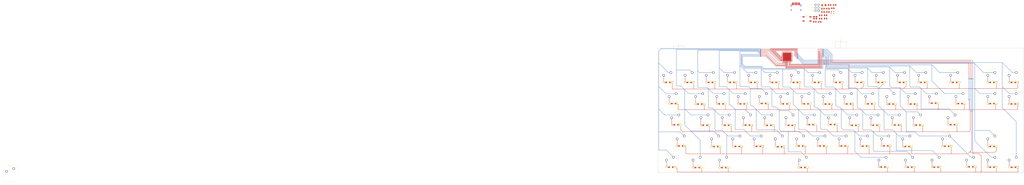
<source format=kicad_pcb>
(kicad_pcb (version 20211014) (generator pcbnew)
  (layers (0 "F.Cu" signal) (31 "B.Cu" signal) (34 "B.Paste" user) (35 "F.Paste" user) (36 "B.SilkS" user "B.Silkscreen") (37 "F.SilkS" user "F.Silkscreen") (38 "B.Mask" user) (39 "F.Mask" user) (44 "Edge.Cuts" user))
  (net 0 "")
  (net 1 "Net-(D_#1-Pad2)")
  (net 2 "Column 1")
  (net 3 "Net-(D_'1-Pad2)")
  (net 4 "Net-(D_,1-Pad2)")
  (net 5 "Net-(D_-1-Pad2)")
  (net 6 "Net-(D_.1-Pad2)")
  (net 7 "Net-(D_/1-Pad2)")
  (net 8 "Net-(D_0-Pad2)")
  (net 9 "Net-(D_1-Pad2)")
  (net 10 "Net-(D_2-Pad2)")
  (net 11 "Net-(D_3-Pad2)")
  (net 12 "Net-(D_4-Pad2)")
  (net 13 "Net-(D_5-Pad2)")
  (net 14 "Net-(D_6-Pad2)")
  (net 15 "Net-(D_7-Pad2)")
  (net 16 "Net-(D_8-Pad2)")
  (net 17 "Net-(D_9-Pad2)")
  (net 18 "Net-(D_;1-Pad2)")
  (net 19 "Net-(D_=1-Pad2)")
  (net 20 "Net-(D_A1-Pad2)")
  (net 21 "Net-(D_ALT1-Pad2)")
  (net 22 "Net-(D_ALT2-Pad2)")
  (net 23 "Net-(D_B1-Pad2)")
  (net 24 "Net-(D_BACK1-Pad2)")
  (net 25 "Net-(D_C1-Pad2)")
  (net 26 "Net-(D_CAPS1-Pad2)")
  (net 27 "Net-(D_CTRL1-Pad2)")
  (net 28 "Net-(D_D1-Pad2)")
  (net 29 "Net-(D_DOWN1-Pad2)")
  (net 30 "Net-(D_E1-Pad2)")
  (net 31 "Net-(D_ENTER1-Pad2)")
  (net 32 "Net-(D_ESC1-Pad2)")
  (net 33 "Net-(D_F1-Pad2)")
  (net 34 "Net-(D_FN1-Pad2)")
  (net 35 "Net-(D_G1-Pad2)")
  (net 36 "Net-(D_H1-Pad2)")
  (net 37 "Net-(D_I1-Pad2)")
  (net 38 "Net-(D_J1-Pad2)")
  (net 39 "Net-(D_K1-Pad2)")
  (net 40 "Net-(D_L1-Pad2)")
  (net 41 "Net-(D_LEFT1-Pad2)")
  (net 42 "Net-(D_M1-Pad2)")
  (net 43 "Net-(D_MAC1-Pad2)")
  (net 44 "Net-(D_MAC2-Pad2)")
  (net 45 "Net-(D_MAC3-Pad2)")
  (net 46 "Net-(D_MAC4-Pad2)")
  (net 47 "Net-(D_MENU1-Pad2)")
  (net 48 "Net-(D_N1-Pad2)")
  (net 49 "Net-(D_O1-Pad2)")
  (net 50 "Net-(D_P1-Pad2)")
  (net 51 "Net-(D_Q1-Pad2)")
  (net 52 "Net-(D_R1-Pad2)")
  (net 53 "Net-(D_RIGHTY1-Pad2)")
  (net 54 "Net-(D_S1-Pad2)")
  (net 55 "Net-(D_SHIFT1-Pad2)")
  (net 56 "Net-(D_SHIFT2-Pad2)")
  (net 57 "Net-(D_SPACEBAR1-Pad2)")
  (net 58 "Net-(D_T1-Pad2)")
  (net 59 "Net-(D_TAB1-Pad2)")
  (net 60 "Net-(D_U1-Pad2)")
  (net 61 "Net-(D_UP1-Pad2)")
  (net 62 "Net-(D_V1-Pad2)")
  (net 63 "Net-(D_W1-Pad2)")
  (net 64 "Net-(D_WINDOWS1-Pad2)")
  (net 65 "Net-(D_X1-Pad2)")
  (net 66 "Net-(D_Y1-Pad2)")
  (net 67 "Net-(D_Z1-Pad2)")
  (net 68 "Net-(D_[1-Pad2)")
  (net 69 "Net-(D_]1-Pad2)")
  (net 72 "Net-(C3-Pad1)")
  (net 81 "Column 10")
  (net 82 "Row 2")
  (net 83 "Column 13")
  (net 84 "Column 2")
  (net 85 "D-")
  (net 100 "D+")
  (net 101 "Column 16")
  (net 102 "Row 1")
  (net 103 "Column 14")
  (net 104 "Column 12")
  (net 105 "Column 9")
  (net 106 "Column 11")
  (net 107 "MISO")
  (net 108 "Column 3")
  (net 109 "Column 4")
  (net 110 "Column 5")
  (net 111 "Column 6")
  (net 112 "Column 8")
  (net 113 "Column 15")
  (net 114 "Column 7")
  (net 115 "Row 3")
  (net 116 "Row 4")
  (net 117 "Row 5")
  (net 118 "+5V")
  (net 119 "MOSI")
  (net 120 "SCK")
  (net 121 "RESET")
  (net 122 "XTAL2")
  (net 123 "XTAL1")
  (net 124 "Net-(R1-Pad1)")
  (net 125 "Net-(C1-Pad2)")
  (net 126 "Net-(USB1-Pad11)")
  (net 127 "Net-(USB1-Pad10)")
  (net 128 "Net-(USB1-Pad4)")
  (net 129 "DN")
  (net 130 "DP")
  (footprint "keyboard_parts:D_SOD123_axial" (layer "F.Cu") (at 815.18 -77.47 180)
    (fp_text reference "D_=1")
    (fp_text value "D" hide)
  )
  (footprint "Button_Switch_Keyboard:SW_Cherry_MX_1.00u_Plate" (layer "F.Cu") (at 646.415575 -86.37435)
    (fp_text reference "K_3")
    (fp_text value "KEYSW")
  )
  (footprint "keyboard_parts:D_SOD123_axial" (layer "F.Cu") (at 686.89 -19.58 180)
    (fp_text reference "D_V1")
    (fp_text value "D" hide)
  )
  (footprint "keyboard_parts:D_SOD123_axial" (layer "F.Cu") (at 843.901575 -77.47 180)
    (fp_text reference "D_BACK1")
    (fp_text value "D" hide)
  )
  (footprint "keyboard_parts:D_SOD123_axial" (layer "F.Cu") (at 691.69 -58.18 180)
    (fp_text reference "D_T1")
    (fp_text value "D" hide)
  )
  (footprint "keyboard_parts:D_SOD123_axial" (layer "F.Cu") (at 591.82 -58.42 180)
    (fp_text reference "D_TAB1")
    (fp_text value "D" hide)
  )
  (footprint "keyboard_parts:D_SOD123_axial" (layer "F.Cu") (at 605.775575 -77.47 180)
    (fp_text reference "D_1")
    (fp_text value "D" hide)
  )
  (footprint "Capacitor_SMD:C_0805_2012Metric" (layer "F.Cu") (at 736.04 -147.08)
    (fp_text reference "C2")
    (fp_text value "22p")
  )
  (footprint "keyboard_parts:D_SOD123_axial" (layer "F.Cu") (at 619.99 -38.98 180)
    (fp_text reference "D_A1")
    (fp_text value "D" hide)
  )
  (footprint "Button_Switch_Keyboard:SW_Cherry_MX_1.50u_Plate" (layer "F.Cu") (at 851.203575 -67.32435)
    (fp_text reference "K_#1")
    (fp_text value "KEYSW")
  )
  (footprint "Button_Switch_Keyboard:SW_Cherry_MX_1.00u_Plate" (layer "F.Cu") (at 651.178075 -29.22415)
    (fp_text reference "K_X1")
    (fp_text value "KEYSW")
  )
  (footprint "keyboard_parts:D_SOD123_axial" (layer "F.Cu") (at 782.09 -20.38 180)
    (fp_text reference "D_.1")
    (fp_text value "D" hide)
  )
  (footprint "Button_Switch_Keyboard:SW_Cherry_MX_1.00u_Plate" (layer "F.Cu") (at 860.728575 -10.17419)
    (fp_text reference "K_LEFT1")
    (fp_text value "KEYSW")
  )
  (footprint "Button_Switch_Keyboard:SW_Cherry_MX_1.00u_Plate" (layer "F.Cu") (at 789.290575 -67.32435)
    (fp_text reference "K_P1")
    (fp_text value "KEYSW")
  )
  (footprint "keyboard_parts:D_SOD123_axial" (layer "F.Cu") (at 705.79 -20.28 180)
    (fp_text reference "D_B1")
    (fp_text value "D" hide)
  )
  (footprint "Button_Switch_Keyboard:SW_Cherry_MX_1.00u_Plate" (layer "F.Cu") (at 665.465575 -86.37435)
    (fp_text reference "K_4")
    (fp_text value "KEYSW")
  )
  (footprint "Button_Switch_Keyboard:SW_Cherry_MX_1.00u_Plate" (layer "F.Cu") (at 698.803575 -48.27435)
    (fp_text reference "K_G1")
    (fp_text value "KEYSW")
  )
  (footprint "keyboard_parts:D_SOD123_axial" (layer "F.Cu") (at 677.29 -38.88 180)
    (fp_text reference "D_F1")
    (fp_text value "D" hide)
  )
  (footprint "keyboard_parts:D_SOD123_axial" (layer "F.Cu") (at 748.69 -58.08 180)
    (fp_text reference "D_I1")
    (fp_text value "D_I" hide)
  )
  (footprint "Button_Switch_Keyboard:SW_Cherry_MX_1.00u_Plate" (layer "F.Cu") (at 765.478575 -29.22415)
    (fp_text reference "K_,1")
    (fp_text value "KEYSW")
  )
  (footprint "keyboard_parts:D_SOD123_axial" (layer "F.Cu") (at 644.195 -77.47 180)
    (fp_text reference "D_3")
    (fp_text value "D" hide)
  )
  (footprint "keyboard_parts:D_SOD123_axial" (layer "F.Cu") (at 753.49 -38.88 180)
    (fp_text reference "D_K1")
    (fp_text value "D" hide)
  )
  (footprint "Button_Switch_Keyboard:SW_Cherry_MX_2.00u_Plate" (layer "F.Cu") (at 846.441575 -86.37435)
    (fp_text reference "K_BACK1")
    (fp_text value "KEYSW")
  )
  (footprint "keyboard_parts:D_SOD123_axial" (layer "F.Cu") (at 724.79 -20.28 180)
    (fp_text reference "D_N1")
    (fp_text value "D" hide)
  )
  (footprint "keyboard_parts:D_SOD123_axial" (layer "F.Cu") (at 803.59 -1.28 180)
    (fp_text reference "D_FN1")
    (fp_text value "D" hide)
  )
  (footprint "Button_Switch_Keyboard:SW_Cherry_MX_1.00u_Plate" (layer "F.Cu") (at 732.140575 -67.32435)
    (fp_text reference "K_U1")
    (fp_text value "KEYSW")
  )
  (footprint "keyboard_parts:D_SOD123_axial" (layer "F.Cu") (at 734.39 -39.58 180)
    (fp_text reference "D_J1")
    (fp_text value "D" hide)
  )
  (footprint "keyboard_parts:D_SOD123_axial" (layer "F.Cu") (at 858.39 -1.58 180)
    (fp_text reference "D_LEFT1")
    (fp_text value "D" hide)
  )
  (footprint "Button_Switch_Keyboard:SW_Cherry_MX_1.00u_Plate" (layer "F.Cu") (at 808.340575 -67.32435)
    (fp_text reference "K_[1")
    (fp_text value "KEYSW")
  )
  (footprint "Button_Switch_Keyboard:SW_Cherry_MX_1.75u_Plate" (layer "F.Cu") (at 596.409475 -48.27435)
    (fp_text reference "K_CAPS1")
    (fp_text value "KEYSW")
  )
  (footprint "keyboard_parts:D_SOD123_axial" (layer "F.Cu") (at 836.69 -20.08 180)
    (fp_text reference "D_SHIFT2")
    (fp_text value "D" hide)
  )
  (footprint "Button_Switch_Keyboard:SW_Cherry_MX_1.00u_Plate" (layer "F.Cu") (at 589.265775 -86.37435)
    (fp_text reference "K_ESC1" hide)
    (fp_text value "KEYSW" hide)
  )
  (footprint "keyboard_parts:D_SOD123_axial" (layer "F.Cu") (at 672.59 -58.48 180)
    (fp_text reference "D_R1")
    (fp_text value "D" hide)
  )
  (footprint "keyboard_parts:D_SOD123_axial" (layer "F.Cu") (at 841.89 -39.38 180)
    (fp_text reference "D_ENTER1")
    (fp_text value "D" hide)
  )
  (footprint "keyboard_parts:D_SOD123_axial" (layer "F.Cu") (at 896.59 -1.18 180)
    (fp_text reference "D_RIGHTY1")
    (fp_text value "D" hide)
  )
  (footprint "Button_Switch_Keyboard:SW_Cherry_MX_1.00u_Plate" (layer "F.Cu") (at 679.753575 -48.27435)
    (fp_text reference "K_F1")
    (fp_text value "KEYSW")
  )
  (footprint "Button_Switch_Keyboard:SW_Cherry_MX_1.00u_Plate" (layer "F.Cu") (at 722.615575 -86.37435)
    (fp_text reference "K_7")
    (fp_text value "KEYSW")
  )
  (footprint "keyboard_parts:D_SOD123_axial" (layer "F.Cu") (at 648.89 -19.88 180)
    (fp_text reference "D_X1")
    (fp_text value "D" hide)
  )
  (footprint "Button_Switch_Keyboard:SW_Cherry_MX_1.00u_Plate" (layer "F.Cu") (at 775.003575 -48.27435)
    (fp_text reference "K_L1")
    (fp_text value "KEYSW")
  )
  (footprint "Button_Switch_Keyboard:SW_Cherry_MX_1.00u_Plate" (layer "F.Cu") (at 784.528575 -29.22415)
    (fp_text reference "K_.1")
    (fp_text value "KEYSW")
  )
  (footprint "keyboard_parts:D_SOD123_axial" (layer "F.Cu") (at 824.99 -58.78 180)
    (fp_text reference "D_]1")
    (fp_text value "D" hide)
  )
  (footprint "Button_Switch_Keyboard:SW_Cherry_MX_1.00u_Plate" (layer "F.Cu") (at 655.940575 -67.32435)
    (fp_text reference "K_E1")
    (fp_text value "KEYSW")
  )
  (footprint "keyboard_parts:D_SOD123_axial" (layer "F.Cu") (at 896.46 -77.47 180)
    (fp_text reference "D_MAC2")
    (fp_text value "D" hide)
  )
  (footprint "keyboard_parts:D_SOD123_axial" (layer "F.Cu") (at 720.09 -77.47 180)
    (fp_text reference "D_7")
    (fp_text value "D" hide)
  )
  (footprint "Button_Switch_Keyboard:SW_Cherry_MX_1.00u_Plate" (layer "F.Cu") (at 622.603075 -48.27435)
    (fp_text reference "K_A1")
    (fp_text value "KEYSW")
  )
  (footprint "Button_Switch_SMD:SW_SPST_SKQG_WithStem" (layer "F.Cu") (at 711.3 -134.54)
    (fp_text reference "SW1")
    (fp_text value "SW_PUSH")
  )
  (footprint "keyboard_parts:D_SOD123_axial" (layer "F.Cu") (at 763.09 -20.18 180)
    (fp_text reference "D_,1")
    (fp_text value "D" hide)
  )
  (footprint "Button_Switch_Keyboard:SW_Cherry_MX_1.00u_Plate" (layer "F.Cu") (at 779.765575 -86.37435)
    (fp_text reference "K_0")
    (fp_text value "KEYSW")
  )
  (footprint "random-keyboard-parts:SOT143B" (layer "F.Cu") (at 734.3 -140.26)
    (fp_text reference "U2")
    (fp_text value "PRTR5V0U2X")
  )
  (footprint "keyboard_parts:D_SOD123_axial" (layer "F.Cu") (at 653.39 -58.18 180)
    (fp_text reference "D_E1")
    (fp_text value "D" hide)
  )
  (footprint "keyboard_parts:D_SOD123_axial" (layer "F.Cu") (at 612.99 -0.88 180)
    (fp_text reference "D_WINDOWS1")
    (fp_text value "D" hide)
  )
  (footprint "Button_Switch_Keyboard:SW_Cherry_MX_1.00u_Plate" (layer "F.Cu") (at 794.053575 -48.27435)
    (fp_text reference "K_;1")
    (fp_text value "KEYSW")
  )
  (footprint "Button_Switch_Keyboard:SW_Cherry_MX_1.00u_Plate" (layer "F.Cu") (at 627.365575 -86.37435)
    (fp_text reference "K_2")
    (fp_text value "KEYSW")
  )
  (footprint "Capacitor_SMD:C_0805_2012Metric" (layer "F.Cu") (at 730.09 -143.79)
    (fp_text reference "C7")
    (fp_text value "10u")
  )
  (footprint "Button_Switch_Keyboard:SW_Cherry_MX_1.00u_PCB" (layer "F.Cu") (at 694.040575 -67.32435)
    (fp_text reference "K_T1")
    (fp_text value "KEYSW")
  )
  (footprint "keyboard_parts:D_SOD123_axial" (layer "F.Cu") (at 810.89 -39.08 180)
    (fp_text reference "D_'1")
    (fp_text value "D" hide)
  )
  (footprint "Capacitor_SMD:C_0805_2012Metric" (layer "F.Cu") (at 725.64 -140.78)
    (fp_text reference "C3")
    (fp_text value "1u")
  )
  (footprint "Button_Switch_Keyboard:SW_Cherry_MX_1.00u_Plate" (layer "F.Cu") (at 755.953575 -48.27435)
    (fp_text reference "K_K1")
    (fp_text value "KEYSW")
  )
  (footprint "keyboard_parts:D_SOD123_axial" (layer "F.Cu") (at 848.69 -58.38 180)
    (fp_text reference "D_#1")
    (fp_text value "D" hide)
  )
  (footprint "Button_Switch_Keyboard:SW_Cherry_MX_1.00u_Plate" (layer "F.Cu") (at 703.565575 -86.37435)
    (fp_text reference "K_6")
    (fp_text value "KEYSW")
  )
  (footprint "Button_Switch_Keyboard:SW_Cherry_MX_1.00u_Plate" (layer "F.Cu") (at 636.890575 -67.32435)
    (fp_text reference "K_W1")
    (fp_text value "KEYSW")
  )
  (footprint "Resistor_SMD:R_0805_2012Metric" (layer "F.Cu") (at 734.52 -144.1)
    (fp_text reference "R7")
    (fp_text value "22")
  )
  (footprint "Button_Switch_Keyboard:SW_Cherry_MX_1.25u_Plate" (layer "F.Cu") (at 829.771575 -10.17419)
    (fp_text reference "K_CTRL2")
    (fp_text value "KEYSW")
  )
  (footprint "Button_Switch_Keyboard:SW_Cherry_MX_1.50u_Plate" (layer "F.Cu") (at 594.028275 -67.32435)
    (fp_text reference "K_TAB1")
    (fp_text value "KEYSW")
  )
  (footprint "keyboard_parts:D_SOD123_axial" (layer "F.Cu") (at 777.08 -77.47 180)
    (fp_text reference "D_0")
    (fp_text value "D" hide)
  )
  (footprint "keyboard_parts:D_SOD123_axial" (layer "F.Cu") (at 796.29 -77.47 180)
    (fp_text reference "D_-1")
    (fp_text value "D" hide)
  )
  (footprint "keyboard_parts:D_SOD123_axial" (layer "F.Cu") (at 629.59 -19.78 180)
    (fp_text reference "D_Z1")
    (fp_text value "D" hide)
  )
  (footprint "Button_Switch_Keyboard:SW_Cherry_MX_1.00u_Plate" (layer "F.Cu") (at 879.778575 -67.32435)
    (fp_text reference "K_MAC3")
    (fp_text value "KEYSW")
  )
  (footprint "keyboard_parts:D_SOD123_axial" (layer "F.Cu") (at 615.29 -57.98 180)
    (fp_text reference "D_Q1")
    (fp_text value "D" hide)
  )
  (footprint "Fuse:Fuse_1206_3216Metric_Pad1.42x1.75mm_HandSolder" (layer "F.Cu") (at 726.39 -146.94)
    (fp_text reference "F1")
    (fp_text value "500m")
  )
  (footprint "keyboard_parts:D_SOD123_axial" (layer "F.Cu") (at 662.925575 -77.47 180)
    (fp_text reference "D_4")
    (fp_text value "D" hide)
  )
  (footprint "keyboard_parts:D_SOD123_axial" (layer "F.Cu") (at 598.17 -20.32 180)
    (fp_text reference "D_SHIFT1")
    (fp_text value "D" hide)
  )
  (footprint "Button_Switch_Keyboard:SW_Cherry_MX_1.00u_Plate" (layer "F.Cu") (at 813.103575 -48.27435)
    (fp_text reference "K_'1")
    (fp_text value "KEYSW")
  )
  (footprint "Button_Switch_Keyboard:SW_Cherry_MX_1.00u_Plate" (layer "F.Cu") (at 717.853575 -48.27435)
    (fp_text reference "K_H1")
    (fp_text value "KEYSW")
  )
  (footprint "Button_Switch_Keyboard:SW_Cherry_MX_1.00u_Plate" (layer "F.Cu") (at 879.778575 -86.37435)
    (fp_text reference "K_MAC1")
    (fp_text value "KEYSW")
  )
  (footprint "Button_Switch_Keyboard:SW_Cherry_MX_1.00u_Plate" (layer "F.Cu") (at 727.378575 -29.22415)
    (fp_text reference "K_N1")
    (fp_text value "KEYSW")
  )
  (footprint "Button_Switch_Keyboard:SW_Cherry_MX_1.25u_Plate" (layer "F.Cu") (at 639.271875 -10.17419)
    (fp_text reference "K_ALT1")
    (fp_text value "KEYSW")
  )
  (footprint "Button_Switch_Keyboard:SW_Cherry_MX_1.00u_Plate" (layer "F.Cu") (at 803.578575 -29.22415)
    (fp_text reference "K_/1")
    (fp_text value "KEYSW")
  )
  (footprint "Button_Switch_Keyboard:SW_Cherry_MX_1.00u_Plate" (layer "F.Cu") (at 879.778575 -10.17419)
    (fp_text reference "K_DOWN1")
    (fp_text value "KEYSW")
  )
  (footprint "keyboard_parts:D_SOD123_axial" (layer "F.Cu") (at 877.39 -19.88 180)
    (fp_text reference "D_UP1")
    (fp_text value "D" hide)
  )
  (footprint "Button_Switch_Keyboard:SW_Cherry_MX_1.00u_Plate" (layer "F.Cu") (at 827.390575 -67.32435)
    (fp_text reference "K_]1")
    (fp_text value "KEYSW")
  )
  (footprint "Resistor_SMD:R_0805_2012Metric" (layer "F.Cu") (at 723.53 -134.79)
    (fp_text reference "R6")
    (fp_text value "22")
  )
  (footprint "Button_Switch_Keyboard:SW_Cherry_MX_2.75u_Plate" (layer "F.Cu") (at 839.296575 -29.22415)
    (fp_text reference "K_SHIFT2")
    (fp_text value "KEYSW")
  )
  (footprint "keyboard_parts:D_SOD123_axial" (layer "F.Cu") (at 786.89 -57.98 180)
    (fp_text reference "D_P1")
    (fp_text value "D" hide)
  )
  (footprint "keyboard_parts:D_SOD123_axial" (layer "F.Cu") (at 758.19 -77.47 180)
    (fp_text reference "D_9")
    (fp_text value "D" hide)
  )
  (footprint "Capacitor_SMD:C_0805_2012Metric" (layer "F.Cu") (at 723.55 -137.77)
    (fp_text reference "C4")
    (fp_text value "0.1u")
  )
  (footprint "Button_Switch_Keyboard:SW_Cherry_MX_2.25u_Plate" (layer "F.Cu") (at 601.172475 -29.22415)
    (fp_text reference "K_SHIFT1")
    (fp_text value "KEYSW")
  )
  (footprint "Button_Switch_Keyboard:SW_Cherry_MX_1.00u_Plate" (layer "F.Cu") (at 617.840575 -67.32435)
    (fp_text reference "K_Q1")
    (fp_text value "KEYSW")
  )
  (footprint "Resistor_SMD:R_0805_2012Metric" (layer "F.Cu") (at 730.07 -140.81)
    (fp_text reference "R3")
    (fp_text value "5.1k")
  )
  (footprint "keyboard_parts:D_SOD123_axial" (layer "F.Cu") (at 624.84 -77.47 180)
    (fp_text reference "D_2")
    (fp_text value "D" hide)
  )
  (footprint "keyboard_parts:D_SOD123_axial" (layer "F.Cu") (at 657.99 -39.08 180)
    (fp_text reference "D_D1")
    (fp_text value "D" hide)
  )
  (footprint "keyboard_parts:D_SOD123_axial" (layer "F.Cu") (at 715.09 -39.48 180)
    (fp_text reference "D_H1")
    (fp_text value "D" hide)
  )
  (footprint "keyboard_parts:D_SOD123_axial" (layer "F.Cu") (at 681.99 -77.47 180)
    (fp_text reference "D_5")
    (fp_text value "D" hide)
  )
  (footprint "Button_Switch_Keyboard:SW_Cherry_MX_1.00u_Plate" (layer "F.Cu") (at 798.815575 -86.37435)
    (fp_text reference "K_-1")
    (fp_text value "KEYSW")
  )
  (footprint "Capacitor_SMD:C_0805_2012Metric" (layer "F.Cu") (at 718.3 -131.96)
    (fp_text reference "C5")
    (fp_text value "0.1u")
  )
  (footprint "Button_Switch_Keyboard:SW_Cherry_MX_1.00u_Plate" (layer "F.Cu") (at 674.990575 -67.32435)
    (fp_text reference "K_R1")
    (fp_text value "KEYSW")
  )
  (footprint "keyboard_parts:D_SOD123_axial" (layer "F.Cu") (at 739.14 -77.47 180)
    (fp_text reference "D_8")
    (fp_text value "D" hide)
  )
  (footprint "keyboard_parts:D_SOD123_axial" (layer "F.Cu") (at 707.79 -0.98 180)
    (fp_text reference "D_SPACEBAR1")
    (fp_text value "D" hide)
  )
  (footprint "Button_Switch_Keyboard:SW_Cherry_MX_1.00u_Plate" (layer "F.Cu") (at 898.828575 -86.37435)
    (fp_text reference "K_MAC2")
    (fp_text value "KEYSW")
  )
  (footprint "Button_Switch_Keyboard:SW_Cherry_MX_1.00u_Plate" (layer "F.Cu") (at 746.428575 -29.22415)
    (fp_text reference "K_M1")
    (fp_text value "KEYSW")
  )
  (footprint "Button_Switch_Keyboard:SW_Cherry_MX_1.00u_Plate" (layer "F.Cu") (at 879.778575 -29.22415)
    (fp_text reference "K_UP1")
    (fp_text value "KEYSW")
  )
  (footprint "Button_Switch_Keyboard:SW_Cherry_MX_1.00u_Plate" (layer "F.Cu") (at 684.515575 -86.37435)
    (fp_text reference "K_5")
    (fp_text value "KEYSW")
  )
  (footprint "Resistor_SMD:R_0805_2012Metric" (layer "F.Cu") (at 727.98 -137.8)
    (fp_text reference "R2")
    (fp_text value "5.1k")
  )
  (footprint "Button_Switch_Keyboard:SW_Cherry_MX_2.25u_Plate" (layer "F.Cu") (at 844.058575 -48.26)
    (fp_text reference "K_ENTER1")
    (fp_text value "KEYSW")
  )
  (footprint "Button_Switch_Keyboard:SW_Cherry_MX_1.00u_Plate" (layer "F.Cu") (at 632.128075 -29.22415)
    (fp_text reference "K_Z1")
    (fp_text value "KEYSW")
  )
  (footprint "Button_Switch_Keyboard:SW_Cherry_MX_1.00u_PCB" (layer "F.Cu") (at 0 0)
    (fp_text reference "REF**")
    (fp_text value "SW_Cherry_MX_1.00u_PCB")
  )
  (footprint "keyboard_parts:D_SOD123_axial" (layer "F.Cu") (at 791.79 -39.18 180)
    (fp_text reference "D_;1")
    (fp_text value "D" hide)
  )
  (footprint "keyboard_parts:D_SOD123_axial" (layer "F.Cu") (at 801.19 -19.78 180)
    (fp_text reference "D_/1")
    (fp_text value "D" hide)
  )
  (footprint "keyboard_parts:D_SOD123_axial" (layer "F.Cu") (at 586.74 -77.47 180)
    (fp_text reference "D_ESC1")
    (fp_text value "D" hide)
  )
  (footprint "Button_Switch_Keyboard:SW_Cherry_MX_6.25u_Plate" (layer "F.Cu") (at 710.708575 -10.17419)
    (fp_text reference "K_SPACEBARD1")
    (fp_text value "KEYSW")
  )
  (footprint "Button_Switch_Keyboard:SW_Cherry_MX_1.00u_Plate" (layer "F.Cu") (at 770.240575 -67.32435)
    (fp_text reference "K_O1")
    (fp_text value "KEYSW")
  )
  (footprint "Button_Switch_Keyboard:SW_Cherry_MX_1.00u_Plate" (layer "F.Cu") (at 660.703075 -48.27435)
    (fp_text reference "K_D1")
    (fp_text value "KEYSW")
  )
  (footprint "keyboard_parts:D_SOD123_axial" (layer "F.Cu") (at 639.39 -38.98 180)
    (fp_text reference "D_S1")
    (fp_text value "D" hide)
  )
  (footprint "Resistor_SMD:R_0805_2012Metric" (layer "F.Cu") (at 727.98 -134.85)
    (fp_text reference "R4")
    (fp_text value "R")
  )
  (footprint "Button_Switch_Keyboard:SW_Cherry_MX_1.00u_Plate" (layer "F.Cu") (at 760.715575 -86.37435)
    (fp_text reference "K_9")
    (fp_text value "KEYSW")
  )
  (footprint "Button_Switch_Keyboard:SW_Cherry_MX_1.25u_Plate" (layer "F.Cu") (at 615.459375 -10.17419)
    (fp_text reference "K_WINDOWS1")
    (fp_text value "KEYSW")
  )
  (footprint "Capacitor_SMD:C_0805_2012Metric" (layer "F.Cu") (at 731.59 -147.08)
    (fp_text reference "C1")
    (fp_text value "22p")
  )
  (footprint "Button_Switch_Keyboard:SW_Cherry_MX_1.00u_Plate" (layer "F.Cu") (at 670.228075 -29.22415)
    (fp_text reference "K_C1")
    (fp_text value "KEYSW")
  )
  (footprint "keyboard_parts:D_SOD123_axial" (layer "F.Cu") (at 710.59 -58.18 180)
    (fp_text reference "D_Y1")
    (fp_text value "D" hide)
  )
  (footprint "keyboard_parts:D_SOD123_axial" (layer "F.Cu") (at 589.28 -1.27 180)
    (fp_text reference "D_CTRL1")
    (fp_text value "D" hide)
  )
  (footprint "Crystal:Crystal_SMD_3225-4Pin_3.2x2.5mm" (layer "F.Cu") (at 718.7 -135.69)
    (fp_text reference "Y1")
    (fp_text value "Crystal_GND24_Small")
  )
  (footprint "keyboard_parts:D_SOD123_axial" (layer "F.Cu") (at 667.79 -19.98 180)
    (fp_text reference "D_C1")
    (fp_text value "D" hide)
  )
  (footprint "keyboard_parts:D_SOD123_axial" (layer "F.Cu") (at 636.79 -0.88 180)
    (fp_text reference "D_ALT1")
    (fp_text value "D" hide)
  )
  (footprint "keyboard_parts:D_SOD123_axial" (layer "F.Cu") (at 877.29 -58.38 180)
    (fp_text reference "D_MAC3")
    (fp_text value "D" hide)
  )
  (footprint "keyboard_parts:D_SOD123_axial" (layer "F.Cu") (at 743.89 -20.28 180)
    (fp_text reference "D_M1")
    (fp_text value "D" hide)
  )
  (footprint "random-keyboard-parts:Reset_Pretty-Mask" (layer "F.Cu") (at 720.29 -144.695)
    (fp_text reference "J1")
    (fp_text value "AVR-ISP-6")
  )
  (footprint "keyboard_parts:D_SOD123_axial" (layer "F.Cu") (at 877.29 -1.28 180)
    (fp_text reference "D_DOWN1")
    (fp_text value "D" hide)
  )
  (footprint "Button_Switch_Keyboard:SW_Cherry_MX_1.00u_Plate" (layer "F.Cu") (at 608.315575 -86.37435)
    (fp_text reference "K_1")
    (fp_text value "KEYSW")
  )
  (footprint "keyboard_parts:D_SOD123_axial" (layer "F.Cu") (at 594.055 -39.37 180)
    (fp_text reference "D_CAPS1")
    (fp_text value "D" hide)
  )
  (footprint "keyboard_parts:D_SOD123_axial" (layer "F.Cu") (at 896.39 -58.08 180)
    (fp_text reference "D_MAC4")
    (fp_text value "D" hide)
  )
  (footprint "keyboard_parts:D_SOD123_axial" (layer "F.Cu") (at 767.79 -58.18 180)
    (fp_text reference "D_O1")
    (fp_text value "D" hide)
  )
  (footprint "keyboard_parts:D_SOD123_axial" (layer "F.Cu") (at 696.49 -38.88 180)
    (fp_text reference "D_G1")
    (fp_text value "D" hide)
  )
  (footprint "Button_Switch_Keyboard:SW_Cherry_MX_1.25u_Plate" (layer "F.Cu") (at 805.959575 -10.17419)
    (fp_text reference "K_FN1")
    (fp_text value "KEYSW")
  )
  (footprint "keyboard_parts:D_SOD123_axial" (layer "F.Cu") (at 827.19 -1.28 180)
    (fp_text reference "D_MENU1")
    (fp_text value "D" hide)
  )
  (footprint "Type-C:HRO-TYPE-C-31-M-12-HandSoldering" (layer "F.Cu") (at 701.41 -139.9)
    (fp_text reference "USB1")
    (fp_text value "HRO-TYPE-C-31-M-12")
  )
  (footprint "keyboard_parts:D_SOD123_axial" (layer "F.Cu") (at 729.69 -57.98 180)
    (fp_text reference "D_U1")
    (fp_text value "D" hide)
  )
  (footprint "Button_Switch_Keyboard:SW_Cherry_MX_1.00u_Plate" (layer "F.Cu") (at 741.665575 -86.37435)
    (fp_text reference "K_8")
    (fp_text value "KEYSW")
  )
  (footprint "keyboard_parts:D_SOD123_axial" (layer "F.Cu") (at 701.04 -77.47 180)
    (fp_text reference "D_6")
    (fp_text value "D" hide)
  )
  (footprint "Button_Switch_Keyboard:SW_Cherry_MX_1.00u_Plate" (layer "F.Cu") (at 708.328575 -29.22415)
    (fp_text reference "K_B1")
    (fp_text value "KEYSW")
  )
  (footprint "keyboard_parts:D_SOD123_axial" (layer "F.Cu") (at 779.59 -1.38 180)
    (fp_text reference "D_ALT2")
    (fp_text value "D" hide)
  )
  (footprint "Button_Switch_Keyboard:SW_Cherry_MX_1.00u_Plate" (layer "F.Cu") (at 751.190575 -67.32435)
    (fp_text reference "K_I1")
    (fp_text value "KEYSW")
  )
  (footprint "keyboard_parts:D_SOD123_axial" (layer "F.Cu") (at 877.238575 -77.47 180)
    (fp_text reference "D_MAC1")
    (fp_text value "D" hide)
  )
  (footprint "Button_Switch_Keyboard:SW_Cherry_MX_1.00u_Plate" (layer "F.Cu") (at 641.653075 -48.27435)
    (fp_text reference "K_S1")
    (fp_text value "KEYSW")
  )
  (footprint "Button_Switch_Keyboard:SW_Cherry_MX_1.00u_Plate" (layer "F.Cu") (at 898.828575 -10.17419)
    (fp_text reference "K_RIGHT1")
    (fp_text value "KEYSW")
  )
  (footprint "Capacitor_SMD:C_0805_2012Metric" (layer "F.Cu") (at 725.64 -143.79)
    (fp_text reference "C6")
    (fp_text value "0.1u")
  )
  (footprint "keyboard_parts:D_SOD123_axial" (layer "F.Cu") (at 806.09 -57.98 180)
    (fp_text reference "D_[1")
    (fp_text value "D" hide)
  )
  (footprint "Resistor_SMD:R_0805_2012Metric" (layer "F.Cu") (at 722.73 -131.84)
    (fp_text reference "R1")
    (fp_text value "10k")
  )
  (footprint "Button_Switch_Keyboard:SW_Cherry_MX_1.00u_Plate" (layer "F.Cu") (at 713.090575 -67.32435)
    (fp_text reference "K_Y1")
    (fp_text value "KEYSW")
  )
  (footprint "Button_Switch_Keyboard:SW_Cherry_MX_1.25u_Plate" (layer "F.Cu") (at 591.646975 -10.17419)
    (fp_text reference "K_CTRL1")
    (fp_text value "KEYSW")
  )
  (footprint "Package_DFN_QFN:QFN-64-1EP_9x9mm_P0.5mm_EP7.5x7.5mm" (layer "F.Cu") (at 693.42 -100.33 -90)
    (fp_text reference "U1")
    (fp_text value "AT90USB1286-M" hide)
  )
  (footprint "keyboard_parts:D_SOD123_axial" (layer "F.Cu") (at 772.49 -38.98 180)
    (fp_text reference "D_L1")
    (fp_text value "D" hide)
  )
  (footprint "Button_Switch_Keyboard:SW_Cherry_MX_1.00u_Plate" (layer "F.Cu") (at 736.903575 -48.27435)
    (fp_text reference "K_J1")
    (fp_text value "KEYSW")
  )
  (footprint "Button_Switch_Keyboard:SW_Cherry_MX_1.25u_Plate" (layer "F.Cu") (at 782.146575 -10.17419)
    (fp_text reference "K_ALT2")
    (fp_text value "KEYSW")
  )
  (footprint "Button_Switch_Keyboard:SW_Cherry_MX_1.00u_Plate" (layer "F.Cu") (at 898.828575 -67.32435)
    (fp_text reference "K_MAC4")
    (fp_text value "KEYSW")
  )
  (footprint "keyboard_parts:D_SOD123_axial" (layer "F.Cu") (at 634.29 -58.18 180)
    (fp_text reference "D_W1")
    (fp_text value "D" hide)
  )
  (footprint "Button_Switch_Keyboard:SW_Cherry_MX_1.00u_Plate" (layer "F.Cu") (at 689.278575 -29.22415)
    (fp_text reference "K_V1")
    (fp_text value "KEYSW")
  )
  (footprint "Button_Switch_Keyboard:SW_Cherry_MX_1.00u_Plate" (layer "F.Cu") (at 817.865575 -86.37435)
    (fp_text reference "K_=1")
    (fp_text value "KEYSW")
  )
  (gr_line (start 905.415 3.945) (end 905.34 3.945) (layer "F.Cu") (width 0.2))
  (gr_line (start 905.29 -108.28) (end 905.19 -108.28) (layer "F.Cu") (width 0.2))
  (gr_line (start 577.69 3.97) (end 577.765 3.97) (layer "F.Cu") (width 0.2))
  (gr_line (start 577.765 -108.28) (end 577.915 -108.28) (layer "F.Cu") (width 0.2))
  (gr_arc (start 579.740025 3.92016) (mid 578.325811 3.334374) (end 577.740025 1.92016) (layer "Edge.Cuts") (width 0.2))
  (gr_line (start 741.5212 -114.28) (end 746.5212 -114.28) (layer "Edge.Cuts") (width 0.2))
  (gr_line (start 741.5212 -114.28) (end 741.5212 -116.68) (layer "Edge.Cuts") (width 0.2))
  (gr_line (start 741.5212 -108.28) (end 741.5212 -114.28) (layer "Edge.Cuts") (width 0.2))
  (gr_line (start 736.5212 -114.28) (end 736.5212 -112.28) (layer "Edge.Cuts") (width 0.2))
  (gr_line (start 596.26505 -110.28) (end 601.26505 -110.28) (layer "Edge.Cuts") (width 0.2))
  (gr_line (start 736.5212 -112.28) (end 736.5212 -108.28) (layer "Edge.Cuts") (width 0.2))
  (gr_line (start 741.5212 -112.28) (end 741.5212 -114.28) (layer "Edge.Cuts") (width 0.2))
  (gr_arc (start 905.30235 1.92016) (mid 904.716564 3.334374) (end 903.30235 3.92016) (layer "Edge.Cuts") (width 0.2))
  (gr_line (start 746.5212 -114.28) (end 746.5212 -112.28) (layer "Edge.Cuts") (width 0.2))
  (gr_line (start 756.5326 2.88995) (end 759.8336 2.88995) (layer "Edge.Cuts") (width 0.2))
  (gr_line (start 656.5326 2.88995) (end 659.8332 2.88995) (layer "Edge.Cuts") (width 0.2))
  (gr_line (start 903.30235 3.92016) (end 579.74 3.92016) (layer "Edge.Cuts") (width 0.2))
  (gr_line (start 905.302375 -108.28) (end 577.740025 -108.28) (layer "Edge.Cuts") (width 0.2))
  (gr_arc (start 905.302375 1.92016) (mid 904.716589 3.334374) (end 903.302375 3.92016) (layer "Edge.Cuts") (width 0.2))
  (gr_line (start 596.26505 -110.28) (end 591.26505 -110.28) (layer "Edge.Cuts") (width 0.2))
  (gr_line (start 746.5212 -112.28) (end 746.5212 -108.28) (layer "Edge.Cuts") (width 0.2))
  (gr_line (start 596.26505 -110.28) (end 596.26505 -112.68) (layer "Edge.Cuts") (width 0.2))
  (gr_line (start 656.532575 2.88995) (end 659.833175 2.88995) (layer "Edge.Cuts") (width 0.2))
  (gr_line (start 905.302375 -88.28) (end 905.302375 -108.28) (layer "Edge.Cuts") (width 0.2))
  (gr_line (start 591.26505 -110.28) (end 591.26505 -108.28) (layer "Edge.Cuts") (width 0.2))
  (gr_line (start 756.532575 2.88995) (end 759.833575 2.88995) (layer "Edge.Cuts") (width 0.2))
  (gr_line (start 577.740025 1.92016) (end 577.740025 -88.28) (layer "Edge.Cuts") (width 0.2))
  (gr_line (start 905.302375 -88.28) (end 905.302375 1.92016) (layer "Edge.Cuts") (width 0.2))
  (gr_line (start 577.740025 -88.28) (end 577.740025 -108.28) (layer "Edge.Cuts") (width 0.2))
  (gr_line (start 741.5212 -114.28) (end 736.5212 -114.28) (layer "Edge.Cuts") (width 0.2))
  (gr_line (start 601.26505 -110.28) (end 601.26505 -108.28) (layer "Edge.Cuts") (width 0.2))
  (gr_arc (start 579.74 3.92016) (mid 578.325786 3.334374) (end 577.74 1.92016) (layer "Edge.Cuts") (width 0.2))
  (gr_line (start 596.26505 -108.28) (end 596.26505 -110.28) (layer "Edge.Cuts") (width 0.2))
  (via (at 725.59 -100.98) (size 0.8) (drill 0.4) (layers "F.Cu" "B.Cu") (net 0))
  (via (at 702.69 -99.08) (size 0.8) (drill 0.4) (layers "F.Cu" "B.Cu") (net 0))
  (via (at 726.69 -97.58) (size 0.8) (drill 0.4) (layers "F.Cu" "B.Cu") (net 0))
  (via (at 725.59 -102.78) (size 0.8) (drill 0.4) (layers "F.Cu" "B.Cu") (net 0))
  (via (at 725.59 -104.58) (size 0.8) (drill 0.4) (layers "F.Cu" "B.Cu") (net 0))
  (via (at 725.59 -106.38) (size 0.8) (drill 0.4) (layers "F.Cu" "B.Cu") (net 0))
  (via (at 669.59 -102.68) (size 0.8) (drill 0.4) (layers "F.Cu" "B.Cu") (net 0))
  (via (at 702.69 -103.18) (size 0.8) (drill 0.4) (layers "F.Cu" "B.Cu") (net 0))
  (via (at 669.59 -105.38) (size 0.8) (drill 0.4) (layers "F.Cu" "B.Cu") (net 0))
  (via (at 725.59 -105.48) (size 0.8) (drill 0.4) (layers "F.Cu" "B.Cu") (net 0))
  (via (at 702.69 -100.08) (size 0.8) (drill 0.4) (layers "F.Cu" "B.Cu") (net 0))
  (via (at 858.79 -80.68) (size 0.8) (drill 0.4) (layers "F.Cu" "B.Cu") (net 0))
  (via (at 857.69 -80.68) (size 0.8) (drill 0.4) (layers "F.Cu" "B.Cu") (net 0))
  (via (at 669.59 -100.88) (size 0.8) (drill 0.4) (layers "F.Cu" "B.Cu") (net 0))
  (via (at 669.59 -103.58) (size 0.8) (drill 0.4) (layers "F.Cu" "B.Cu") (net 0))
  (via (at 726.69 -93.68) (size 0.8) (drill 0.4) (layers "F.Cu" "B.Cu") (net 0))
  (via (at 702.69 -102.08) (size 0.8) (drill 0.4) (layers "F.Cu" "B.Cu") (net 0))
  (via (at 669.59 -101.78) (size 0.8) (drill 0.4) (layers "F.Cu" "B.Cu") (net 0))
  (via (at 669.59 -106.28) (size 0.8) (drill 0.4) (layers "F.Cu" "B.Cu") (net 0))
  (via (at 725.59 -101.88) (size 0.8) (drill 0.4) (layers "F.Cu" "B.Cu") (net 0))
  (via (at 726.69 -96.68) (size 0.8) (drill 0.4) (layers "F.Cu" "B.Cu") (net 0))
  (via (at 726.69 -95.68) (size 0.8) (drill 0.4) (layers "F.Cu" "B.Cu") (net 0))
  (via (at 702.69 -101.08) (size 0.8) (drill 0.4) (layers "F.Cu" "B.Cu") (net 0))
  (via (at 726.69 -94.68) (size 0.8) (drill 0.4) (layers "F.Cu" "B.Cu") (net 0))
  (via (at 859.99 -80.68) (size 0.8) (drill 0.4) (layers "F.Cu" "B.Cu") (net 0))
  (via (at 725.59 -107.28) (size 0.8) (drill 0.4) (layers "F.Cu" "B.Cu") (net 0))
  (via (at 669.59 -107.18) (size 0.8) (drill 0.4) (layers "F.Cu" "B.Cu") (net 0))
  (via (at 669.59 -104.48) (size 0.8) (drill 0.4) (layers "F.Cu" "B.Cu") (net 0))
  (via (at 725.59 -103.68) (size 0.8) (drill 0.4) (layers "F.Cu" "B.Cu") (net 0))
  (segment (start 844.853575 -64.78435) (end 844.853575 -58.443575) (width 0.25) (layer "F.Cu") (net 1))
  (segment (start 844.853575 -58.443575) (end 844.79 -58.38) (width 0.25) (layer "F.Cu") (net 1))
  (segment (start 678.19 -106.78) (end 687.39 -97.58) (width 0.25) (layer "F.Cu") (net 2))
  (segment (start 669.59 -107.18) (end 677.79 -107.18) (width 0.25) (layer "F.Cu") (net 2))
  (segment (start 687.39 -97.58) (end 689.0075 -97.58) (width 0.25) (layer "F.Cu") (net 2))
  (segment (start 677.79 -107.18) (end 678.19 -106.78) (width 0.25) (layer "F.Cu") (net 2))
  (segment (start 578.29 -94.98) (end 578.29 -105.58) (width 0.25) (layer "B.Cu") (net 2))
  (segment (start 585.241165 -16.58) (end 578.29 -16.58) (width 0.25) (layer "B.Cu") (net 2))
  (segment (start 584.84565 -67.32435) (end 578.29 -73.88) (width 0.25) (layer "B.Cu") (net 2))
  (segment (start 578.29 -53.58) (end 578.29 -73.88) (width 0.25) (layer "B.Cu") (net 2))
  (segment (start 591.646975 -10.17419) (end 585.241165 -16.58) (width 0.25) (layer "B.Cu") (net 2))
  (segment (start 589.265775 -86.37435) (end 586.89565 -86.37435) (width 0.25) (layer "B.Cu") (net 2))
  (segment (start 578.29 -105.58) (end 580.39 -107.68) (width 0.25) (layer "B.Cu") (net 2))
  (segment (start 586.89565 -86.37435) (end 578.29 -94.98) (width 0.25) (layer "B.Cu") (net 2))
  (segment (start 601.172475 -29.22415) (end 597.416625 -32.98) (width 0.25) (layer "B.Cu") (net 2))
  (segment (start 578.29 -16.58) (end 578.29 -32.98) (width 0.25) (layer "B.Cu") (net 2))
  (segment (start 597.416625 -32.98) (end 578.29 -32.98) (width 0.25) (layer "B.Cu") (net 2))
  (segment (start 578.29 -32.98) (end 578.29 -53.58) (width 0.25) (layer "B.Cu") (net 2))
  (segment (start 578.29 -73.88) (end 578.29 -94.98) (width 0.25) (layer "B.Cu") (net 2))
  (segment (start 596.409475 -48.27435) (end 583.59565 -48.27435) (width 0.25) (layer "B.Cu") (net 2))
  (segment (start 580.39 -107.68) (end 669.09 -107.68) (width 0.25) (layer "B.Cu") (net 2))
  (segment (start 583.59565 -48.27435) (end 578.29 -53.58) (width 0.25) (layer "B.Cu") (net 2))
  (segment (start 594.028275 -67.32435) (end 584.84565 -67.32435) (width 0.25) (layer "B.Cu") (net 2))
  (segment (start 669.09 -107.68) (end 669.59 -107.18) (width 0.25) (layer "B.Cu") (net 2))
  (segment (start 806.753575 -39.316425) (end 806.99 -39.08) (width 0.25) (layer "F.Cu") (net 3))
  (segment (start 806.753575 -45.73435) (end 806.753575 -39.316425) (width 0.25) (layer "F.Cu") (net 3))
  (segment (start 759.128575 -20.241425) (end 759.19 -20.18) (width 0.25) (layer "F.Cu") (net 4))
  (segment (start 759.128575 -26.68415) (end 759.128575 -20.241425) (width 0.25) (layer "F.Cu") (net 4))
  (segment (start 792.465575 -77.545575) (end 792.39 -77.47) (width 0.25) (layer "F.Cu") (net 5))
  (segment (start 792.465575 -83.83435) (end 792.465575 -77.545575) (width 0.25) (layer "F.Cu") (net 5))
  (segment (start 778.178575 -26.68415) (end 778.19 -26.672725) (width 0.25) (layer "F.Cu") (net 6))
  (segment (start 778.19 -26.672725) (end 778.19 -20.38) (width 0.25) (layer "F.Cu") (net 6))
  (segment (start 797.228575 -26.68415) (end 797.228575 -19.841425) (width 0.25) (layer "F.Cu") (net 7))
  (segment (start 797.228575 -19.841425) (end 797.29 -19.78) (width 0.25) (layer "F.Cu") (net 7))
  (segment (start 773.415575 -83.83435) (end 773.18 -83.598775) (width 0.25) (layer "F.Cu") (net 8))
  (segment (start 773.18 -83.598775) (end 773.18 -77.47) (width 0.25) (layer "F.Cu") (net 8))
  (segment (start 601.965575 -77.56) (end 601.875575 -77.47) (width 0.25) (layer "F.Cu") (net 9))
  (segment (start 601.965575 -83.83435) (end 601.965575 -77.56) (width 0.25) (layer "F.Cu") (net 9))
  (segment (start 601.965575 -77.56) (end 601.875575 -77.47) (width 0.25) (layer "B.Cu") (net 9))
  (segment (start 621.015575 -77.545575) (end 620.94 -77.47) (width 0.25) (layer "F.Cu") (net 10))
  (segment (start 621.015575 -83.83435) (end 621.015575 -77.545575) (width 0.25) (layer "F.Cu") (net 10))
  (segment (start 640.065575 -77.699425) (end 640.295 -77.47) (width 0.25) (layer "F.Cu") (net 11))
  (segment (start 640.065575 -83.83435) (end 640.065575 -77.699425) (width 0.25) (layer "F.Cu") (net 11))
  (segment (start 659.115575 -83.83435) (end 659.115575 -77.56) (width 0.25) (layer "F.Cu") (net 12))
  (segment (start 659.115575 -77.56) (end 659.025575 -77.47) (width 0.25) (layer "F.Cu") (net 12))
  (segment (start 678.09 -83.758775) (end 678.09 -77.47) (width 0.25) (layer "F.Cu") (net 13))
  (segment (start 678.165575 -83.83435) (end 678.09 -83.758775) (width 0.25) (layer "F.Cu") (net 13))
  (segment (start 697.215575 -83.83435) (end 697.215575 -77.545575) (width 0.25) (layer "F.Cu") (net 14))
  (segment (start 697.215575 -77.545575) (end 697.14 -77.47) (width 0.25) (layer "F.Cu") (net 14))
  (segment (start 716.19 -83.758775) (end 716.19 -77.47) (width 0.25) (layer "F.Cu") (net 15))
  (segment (start 716.265575 -83.83435) (end 716.19 -83.758775) (width 0.25) (layer "F.Cu") (net 15))
  (segment (start 735.315575 -77.545575) (end 735.24 -77.47) (width 0.25) (layer "F.Cu") (net 16))
  (segment (start 735.315575 -83.83435) (end 735.315575 -77.545575) (width 0.25) (layer "F.Cu") (net 16))
  (segment (start 754.365575 -83.83435) (end 754.365575 -77.545575) (width 0.25) (layer "F.Cu") (net 17))
  (segment (start 754.365575 -77.545575) (end 754.29 -77.47) (width 0.25) (layer "F.Cu") (net 17))
  (segment (start 787.703575 -45.73435) (end 787.703575 -39.366425) (width 0.25) (layer "F.Cu") (net 18))
  (segment (start 787.703575 -39.366425) (end 787.89 -39.18) (width 0.25) (layer "F.Cu") (net 18))
  (segment (start 811.515575 -77.705575) (end 811.28 -77.47) (width 0.25) (layer "F.Cu") (net 19))
  (segment (start 811.515575 -83.83435) (end 811.515575 -77.705575) (width 0.25) (layer "F.Cu") (net 19))
  (segment (start 616.253075 -45.73435) (end 616.09 -45.571275) (width 0.25) (layer "F.Cu") (net 20))
  (segment (start 616.09 -45.571275) (end 616.09 -38.98) (width 0.25) (layer "F.Cu") (net 20))
  (segment (start 632.921875 -0.911875) (end 632.89 -0.88) (width 0.25) (layer "F.Cu") (net 21))
  (segment (start 632.921875 -7.63419) (end 632.921875 -0.911875) (width 0.25) (layer "F.Cu") (net 21))
  (segment (start 775.69 -7.527615) (end 775.69 -1.38) (width 0.25) (layer "F.Cu") (net 22))
  (segment (start 775.796575 -7.63419) (end 775.69 -7.527615) (width 0.25) (layer "F.Cu") (net 22))
  (segment (start 701.978575 -26.68415) (end 701.978575 -20.368575) (width 0.25) (layer "F.Cu") (net 23))
  (segment (start 701.978575 -20.368575) (end 701.89 -20.28) (width 0.25) (layer "F.Cu") (net 23))
  (segment (start 840.091575 -77.56) (end 840.001575 -77.47) (width 0.25) (layer "F.Cu") (net 24))
  (segment (start 840.091575 -83.83435) (end 840.091575 -77.56) (width 0.25) (layer "F.Cu") (net 24))
  (segment (start 663.89 -26.672225) (end 663.89 -19.98) (width 0.25) (layer "F.Cu") (net 25))
  (segment (start 663.878075 -26.68415) (end 663.89 -26.672225) (width 0.25) (layer "F.Cu") (net 25))
  (segment (start 590.059475 -39.465525) (end 590.155 -39.37) (width 0.25) (layer "F.Cu") (net 26))
  (segment (start 590.059475 -45.73435) (end 590.059475 -39.465525) (width 0.25) (layer "F.Cu") (net 26))
  (segment (start 585.38 -7.551165) (end 585.38 -1.27) (width 0.25) (layer "F.Cu") (net 27))
  (segment (start 585.296975 -7.63419) (end 585.38 -7.551165) (width 0.25) (layer "F.Cu") (net 27))
  (segment (start 654.353075 -45.73435) (end 654.353075 -39.343075) (width 0.25) (layer "F.Cu") (net 28))
  (segment (start 654.353075 -39.343075) (end 654.09 -39.08) (width 0.25) (layer "F.Cu") (net 28))
  (segment (start 873.428575 -1.318575) (end 873.39 -1.28) (width 0.25) (layer "F.Cu") (net 29))
  (segment (start 873.428575 -7.63419) (end 873.428575 -1.318575) (width 0.25) (layer "F.Cu") (net 29))
  (segment (start 649.590575 -64.78435) (end 649.49 -64.683775) (width 0.25) (layer "F.Cu") (net 30))
  (segment (start 649.49 -64.683775) (end 649.49 -58.18) (width 0.25) (layer "F.Cu") (net 30))
  (segment (start 837.708575 -45.72) (end 837.708575 -39.661425) (width 0.25) (layer "F.Cu") (net 31))
  (segment (start 837.708575 -39.661425) (end 837.99 -39.38) (width 0.25) (layer "F.Cu") (net 31))
  (segment (start 582.84 -83.758575) (end 582.84 -77.47) (width 0.25) (layer "F.Cu") (net 32))
  (segment (start 582.915775 -83.83435) (end 582.84 -83.758575) (width 0.25) (layer "F.Cu") (net 32))
  (segment (start 582.915775 -77.545775) (end 582.84 -77.47) (width 0.25) (layer "B.Cu") (net 32))
  (segment (start 673.403575 -38.893575) (end 673.39 -38.88) (width 0.25) (layer "F.Cu") (net 33))
  (segment (start 673.403575 -45.73435) (end 673.403575 -38.893575) (width 0.25) (layer "F.Cu") (net 33))
  (segment (start 799.69 -7.553765) (end 799.69 -1.28) (width 0.25) (layer "F.Cu") (net 34))
  (segment (start 799.609575 -7.63419) (end 799.69 -7.553765) (width 0.25) (layer "F.Cu") (net 34))
  (segment (start 692.453575 -45.73435) (end 692.453575 -39.016425) (width 0.25) (layer "F.Cu") (net 35))
  (segment (start 692.453575 -39.016425) (end 692.59 -38.88) (width 0.25) (layer "F.Cu") (net 35))
  (segment (start 711.503575 -45.73435) (end 711.503575 -39.793575) (width 0.25) (layer "F.Cu") (net 36))
  (segment (start 711.503575 -39.793575) (end 711.19 -39.48) (width 0.25) (layer "F.Cu") (net 36))
  (segment (start 744.79 -64.733775) (end 744.79 -58.08) (width 0.25) (layer "F.Cu") (net 37))
  (segment (start 744.840575 -64.78435) (end 744.79 -64.733775) (width 0.25) (layer "F.Cu") (net 37))
  (segment (start 730.553575 -39.643575) (end 730.49 -39.58) (width 0.25) (layer "F.Cu") (net 38))
  (segment (start 730.553575 -45.73435) (end 730.553575 -39.643575) (width 0.25) (layer "F.Cu") (net 38))
  (segment (start 749.603575 -45.73435) (end 749.59 -45.720775) (width 0.25) (layer "F.Cu") (net 39))
  (segment (start 749.59 -45.720775) (end 749.59 -38.88) (width 0.25) (layer "F.Cu") (net 39))
  (segment (start 768.653575 -45.73435) (end 768.653575 -39.043575) (width 0.25) (layer "F.Cu") (net 40))
  (segment (start 768.653575 -39.043575) (end 768.59 -38.98) (width 0.25) (layer "F.Cu") (net 40))
  (segment (start 854.378575 -7.63419) (end 854.49 -7.522765) (width 0.25) (layer "F.Cu") (net 41))
  (segment (start 854.49 -7.522765) (end 854.49 -1.58) (width 0.25) (layer "F.Cu") (net 41))
  (segment (start 740.078575 -26.68415) (end 740.078575 -20.368575) (width 0.25) (layer "F.Cu") (net 42))
  (segment (start 740.078575 -20.368575) (end 739.99 -20.28) (width 0.25) (layer "F.Cu") (net 42))
  (segment (start 873.338575 -83.74435) (end 873.338575 -77.47) (width 0.25) (layer "F.Cu") (net 43))
  (segment (start 873.428575 -83.83435) (end 873.338575 -83.74435) (width 0.25) (layer "F.Cu") (net 43))
  (segment (start 892.478575 -83.83435) (end 892.56 -83.752925) (width 0.25) (layer "F.Cu") (net 44))
  (segment (start 892.56 -83.752925) (end 892.56 -77.47) (width 0.25) (layer "F.Cu") (net 44))
  (segment (start 873.428575 -58.418575) (end 873.39 -58.38) (width 0.25) (layer "F.Cu") (net 45))
  (segment (start 873.428575 -64.78435) (end 873.428575 -58.418575) (width 0.25) (layer "F.Cu") (net 45))
  (segment (start 892.478575 -64.78435) (end 892.478575 -58.091425) (width 0.25) (layer "F.Cu") (net 46))
  (segment (start 892.478575 -58.091425) (end 892.49 -58.08) (width 0.25) (layer "F.Cu") (net 46))
  (segment (start 823.421575 -7.63419) (end 823.421575 -1.411575) (width 0.25) (layer "F.Cu") (net 47))
  (segment (start 823.421575 -1.411575) (end 823.29 -1.28) (width 0.25) (layer "F.Cu") (net 47))
  (segment (start 721.028575 -20.418575) (end 720.89 -20.28) (width 0.25) (layer "F.Cu") (net 48))
  (segment (start 721.028575 -26.68415) (end 721.028575 -20.418575) (width 0.25) (layer "F.Cu") (net 48))
  (segment (start 763.890575 -58.180575) (end 763.89 -58.18) (width 0.25) (layer "F.Cu") (net 49))
  (segment (start 763.890575 -64.78435) (end 763.890575 -58.180575) (width 0.25) (layer "F.Cu") (net 49))
  (segment (start 782.940575 -64.78435) (end 782.940575 -58.029425) (width 0.25) (layer "F.Cu") (net 50))
  (segment (start 782.940575 -58.029425) (end 782.99 -57.98) (width 0.25) (layer "F.Cu") (net 50))
  (segment (start 611.490575 -64.78435) (end 611.39 -64.683775) (width 0.25) (layer "F.Cu") (net 51))
  (segment (start 611.39 -64.683775) (end 611.39 -57.98) (width 0.25) (layer "F.Cu") (net 51))
  (segment (start 668.640575 -58.529425) (end 668.69 -58.48) (width 0.25) (layer "F.Cu") (net 52))
  (segment (start 668.640575 -64.78435) (end 668.640575 -58.529425) (width 0.25) (layer "F.Cu") (net 52))
  (segment (start 892.69 -7.422765) (end 892.69 -1.18) (width 0.25) (layer "F.Cu") (net 53))
  (segment (start 892.478575 -7.63419) (end 892.69 -7.422765) (width 0.25) (layer "F.Cu") (net 53))
  (segment (start 635.303075 -45.73435) (end 635.303075 -39.166925) (width 0.25) (layer "F.Cu") (net 54))
  (segment (start 635.303075 -39.166925) (end 635.49 -38.98) (width 0.25) (layer "F.Cu") (net 54))
  (segment (start 594.822475 -26.68415) (end 594.822475 -20.872475) (width 0.25) (layer "F.Cu") (net 55))
  (segment (start 594.822475 -20.872475) (end 594.27 -20.32) (width 0.25) (layer "F.Cu") (net 55))
  (segment (start 832.946575 -26.68415) (end 832.79 -26.527575) (width 0.25) (layer "F.Cu") (net 56))
  (segment (start 832.79 -26.527575) (end 832.79 -20.08) (width 0.25) (layer "F.Cu") (net 56))
  (segment (start 703.89 -7.165615) (end 703.89 -0.98) (width 0.25) (layer "F.Cu") (net 57))
  (segment (start 704.358575 -7.63419) (end 703.89 -7.165615) (width 0.25) (layer "F.Cu") (net 57))
  (segment (start 687.690575 -58.279425) (end 687.79 -58.18) (width 0.25) (layer "F.Cu") (net 58))
  (segment (start 687.690575 -64.78435) (end 687.690575 -58.279425) (width 0.25) (layer "F.Cu") (net 58))
  (segment (start 587.678275 -58.661725) (end 587.92 -58.42) (width 0.25) (layer "F.Cu") (net 59))
  (segment (start 587.678275 -64.78435) (end 587.678275 -58.661725) (width 0.25) (layer "F.Cu") (net 59))
  (segment (start 725.790575 -64.78435) (end 725.79 -64.783775) (width 0.25) (layer "F.Cu") (net 60))
  (segment (start 725.79 -64.783775) (end 725.79 -57.98) (width 0.25) (layer "F.Cu") (net 60))
  (segment (start 873.428575 -26.68415) (end 873.428575 -19.941425) (width 0.25) (layer "F.Cu") (net 61))
  (segment (start 873.428575 -19.941425) (end 873.49 -19.88) (width 0.25) (layer "F.Cu") (net 61))
  (segment (start 682.928575 -19.641425) (end 682.99 -19.58) (width 0.25) (layer "F.Cu") (net 62))
  (segment (start 682.928575 -26.68415) (end 682.928575 -19.641425) (width 0.25) (layer "F.Cu") (net 62))
  (segment (start 630.540575 -64.78435) (end 630.39 -64.633775) (width 0.25) (layer "F.Cu") (net 63))
  (segment (start 630.39 -64.633775) (end 630.39 -58.18) (width 0.25) (layer "F.Cu") (net 63))
  (segment (start 609.109375 -0.899375) (end 609.09 -0.88) (width 0.25) (layer "F.Cu") (net 64))
  (segment (start 609.109375 -7.63419) (end 609.109375 -0.899375) (width 0.25) (layer "F.Cu") (net 64))
  (segment (start 644.828075 -26.68415) (end 644.828075 -20.041925) (width 0.25) (layer "F.Cu") (net 65))
  (segment (start 644.828075 -20.041925) (end 644.99 -19.88) (width 0.25) (layer "F.Cu") (net 65))
  (segment (start 706.740575 -58.230575) (end 706.69 -58.18) (width 0.25) (layer "F.Cu") (net 66))
  (segment (start 706.740575 -64.78435) (end 706.740575 -58.230575) (width 0.25) (layer "F.Cu") (net 66))
  (segment (start 625.778075 -26.68415) (end 625.69 -26.596075) (width 0.25) (layer "F.Cu") (net 67))
  (segment (start 625.69 -26.596075) (end 625.69 -19.78) (width 0.25) (layer "F.Cu") (net 67))
  (segment (start 801.990575 -64.78435) (end 801.990575 -58.179425) (width 0.25) (layer "F.Cu") (net 68))
  (segment (start 801.990575 -58.179425) (end 802.19 -57.98) (width 0.25) (layer "F.Cu") (net 68))
  (segment (start 821.040575 -58.829425) (end 821.09 -58.78) (width 0.25) (layer "F.Cu") (net 69))
  (segment (start 821.040575 -64.78435) (end 821.040575 -58.829425) (width 0.25) (layer "F.Cu") (net 69))
  (segment (start 724.69 -101.88) (end 725.59 -101.88) (width 0.25) (layer "F.Cu") (net 81))
  (segment (start 724.59 -101.78) (end 724.69 -101.88) (width 0.25) (layer "F.Cu") (net 81))
  (segment (start 692.67 -91) (end 692.99 -90.68) (width 0.25) (layer "F.Cu") (net 81))
  (segment (start 692.67 -95.9175) (end 692.67 -91) (width 0.25) (layer "F.Cu") (net 81))
  (segment (start 724.59 -90.98) (end 724.59 -101.78) (width 0.25) (layer "F.Cu") (net 81))
  (segment (start 692.99 -90.68) (end 724.29 -90.68) (width 0.25) (layer "F.Cu") (net 81))
  (segment (start 724.29 -90.68) (end 724.59 -90.98) (width 0.25) (layer "F.Cu") (net 81))
  (segment (start 760.89 -51.88) (end 758.49 -54.28) (width 0.25) (layer "B.Cu") (net 81))
  (segment (start 764.49565 -48.27435) (end 760.89 -51.88) (width 0.25) (layer "B.Cu") (net 81))
  (segment (start 761.19 -51.58) (end 760.89 -51.88) (width 0.25) (layer "B.Cu") (net 81))
  (segment (start 775.003575 -48.27435) (end 764.49565 -48.27435) (width 0.25) (layer "B.Cu") (net 81))
  (segment (start 728.49 -90.28) (end 728.49 -99.68) (width 0.25) (layer "B.Cu") (net 81))
  (segment (start 768.99 -34.68) (end 761.69 -34.68) (width 0.25) (layer "B.Cu") (net 81))
  (segment (start 758.49 -54.28) (end 756.89 -54.28) (width 0.25) (layer "B.Cu") (net 81))
  (segment (start 784.528575 -29.22415) (end 774.44585 -29.22415) (width 0.25) (layer "B.Cu") (net 81))
  (segment (start 770.89 -16.18) (end 770.89 -32.78) (width 0.25) (layer "B.Cu") (net 81))
  (segment (start 805.959575 -10.17419) (end 800.753765 -15.38) (width 0.25) (layer "B.Cu") (net 81))
  (segment (start 726.29 -101.88) (end 725.59 -101.88) (width 0.25) (layer "B.Cu") (net 81))
  (segment (start 748.29 -72.58) (end 748.19 -72.68) (width 0.25) (layer "B.Cu") (net 81))
  (segment (start 760.24565 -67.32435) (end 756.14 -71.43) (width 0.25) (layer "B.Cu") (net 81))
  (segment (start 800.753765 -15.38) (end 771.69 -15.38) (width 0.25) (layer "B.Cu") (net 81))
  (segment (start 760.715575 -86.37435) (end 751.19565 -86.37435) (width 0.25) (layer "B.Cu") (net 81))
  (segment (start 751.19565 -86.37435) (end 748.19 -89.38) (width 0.25) (layer "B.Cu") (net 81))
  (segment (start 747.79 -89.78) (end 728.99 -89.78) (width 0.25) (layer "B.Cu") (net 81))
  (segment (start 756.14 -71.43) (end 754.99 -72.58) (width 0.25) (layer "B.Cu") (net 81))
  (segment (start 756.89 -54.28) (end 756.49 -54.68) (width 0.25) (layer "B.Cu") (net 81))
  (segment (start 728.99 -89.78) (end 728.49 -90.28) (width 0.25) (layer "B.Cu") (net 81))
  (segment (start 748.19 -72.68) (end 748.19 -89.38) (width 0.25) (layer "B.Cu") (net 81))
  (segment (start 761.69 -34.68) (end 761.19 -35.18) (width 0.25) (layer "B.Cu") (net 81))
  (segment (start 770.240575 -67.32435) (end 760.24565 -67.32435) (width 0.25) (layer "B.Cu") (net 81))
  (segment (start 770.89 -32.78) (end 768.99 -34.68) (width 0.25) (layer "B.Cu") (net 81))
  (segment (start 754.99 -72.58) (end 748.29 -72.58) (width 0.25) (layer "B.Cu") (net 81))
  (segment (start 774.44585 -29.22415) (end 770.89 -32.78) (width 0.25) (layer "B.Cu") (net 81))
  (segment (start 761.19 -35.18) (end 761.19 -51.58) (width 0.25) (layer "B.Cu") (net 81))
  (segment (start 756.49 -54.68) (end 756.49 -71.08) (width 0.25) (layer "B.Cu") (net 81))
  (segment (start 771.69 -15.38) (end 770.89 -16.18) (width 0.25) (layer "B.Cu") (net 81))
  (segment (start 756.49 -71.08) (end 756.14 -71.43) (width 0.25) (layer "B.Cu") (net 81))
  (segment (start 728.49 -99.68) (end 726.29 -101.88) (width 0.25) (layer "B.Cu") (net 81))
  (segment (start 748.19 -89.38) (end 747.79 -89.78) (width 0.25) (layer "B.Cu") (net 81))
  (segment (start 752.59 -52.98) (end 733.69 -52.98) (width 0.25) (layer "F.Cu") (net 82))
  (segment (start 681.49 -106.48) (end 700.89 -106.48) (width 0.2) (layer "F.Cu") (net 82))
  (segment (start 852.49 -52.98) (end 829.29 -52.98) (width 0.25) (layer "F.Cu") (net 82))
  (segment (start 657.39 -52.98) (end 638.19 -52.98) (width 0.25) (layer "F.Cu") (net 82))
  (segment (start 856.59 -94.18) (end 856.09 -94.68) (width 0.25) (layer "F.Cu") (net 82))
  (segment (start 852.49 -58.28) (end 852.49 -52.98) (width 0.25) (layer "F.Cu") (net 82))
  (segment (start 700.89 -106.48) (end 700.89 -101.88) (width 0.2) (layer "F.Cu") (net 82))
  (segment (start 856.89 -61.68) (end 856.74 -61.83) (width 0.25) (layer "F.Cu") (net 82))
  (segment (start 695.59 -58.18) (end 695.59 -53.18) (width 0.25) (layer "F.Cu") (net 82))
  (segment (start 856.49 -80.78) (end 856.49 -94.08) (width 0.25) (layer "F.Cu") (net 82))
  (segment (start 828.89 -53.38) (end 829.29 -52.98) (width 0.25) (layer "F.Cu") (net 82))
  (segment (start 595.79 -52.98) (end 595.69 -53.08) (width 0.25) (layer "F.Cu") (net 82))
  (segment (start 856.09 -94.68) (end 726.69 -94.68) (width 0.25) (layer "F.Cu") (net 82))
  (segment (start 657.29 -53.08) (end 657.39 -52.98) (width 0.25) (layer "F.Cu") (net 82))
  (segment (start 695.59 -53.18) (end 695.79 -52.98) (width 0.25) (layer "F.Cu") (net 82))
  (segment (start 619.29 -57.88) (end 619.29 -52.98) (width 0.25) (layer "F.Cu") (net 82))
  (segment (start 790.79 -57.98) (end 790.79 -53.08) (width 0.25) (layer "F.Cu") (net 82))
  (segment (start 714.49 -53.08) (end 714.59 -52.98) (width 0.25) (layer "F.Cu") (net 82))
  (segment (start 809.99 -57.98) (end 809.99 -53.08) (width 0.25) (layer "F.Cu") (net 82))
  (segment (start 595.69 -53.08) (end 595.69 -58.39) (width 0.25) (layer "F.Cu") (net 82))
  (segment (start 695.89 -52.98) (end 676.69 -52.98) (width 0.25) (layer "F.Cu") (net 82))
  (segment (start 733.59 -53.08) (end 733.69 -52.98) (width 0.25) (layer "F.Cu") (net 82))
  (segment (start 700.89 -101.88) (end 702.69 -100.08) (width 0.2) (layer "F.Cu") (net 82))
  (segment (start 828.89 -58.78) (end 828.89 -53.38) (width 0.25) (layer "F.Cu") (net 82))
  (segment (start 856.74 -61.83) (end 856.69 -61.88) (width 0.25) (layer "F.Cu") (net 82))
  (segment (start 829.29 -52.98) (end 810.09 -52.98) (width 0.25) (layer "F.Cu") (net 82))
  (segment (start 695.79 -52.98) (end 695.89 -52.98) (width 0.25) (layer "F.Cu") (net 82))
  (segment (start 688.19 -99.58) (end 681.49 -106.28) (width 0.2) (layer "F.Cu") (net 82))
  (segment (start 733.59 -57.98) (end 733.59 -53.08) (width 0.25) (layer "F.Cu") (net 82))
  (segment (start 714.59 -52.98) (end 695.89 -52.98) (width 0.25) (layer "F.Cu") (net 82))
  (segment (start 790.79 -53.08) (end 790.69 -52.98) (width 0.25) (layer "F.Cu") (net 82))
  (segment (start 752.59 -58.08) (end 752.59 -52.98) (width 0.25) (layer "F.Cu") (net 82))
  (segment (start 733.69 -52.98) (end 714.59 -52.98) (width 0.25) (layer "F.Cu") (net 82))
  (segment (start 638.19 -52.98) (end 619.29 -52.98) (width 0.25) (layer "F.Cu") (net 82))
  (segment (start 880.59 -52.98) (end 856.89 -52.98) (width 0.25) (layer "F.Cu") (net 82))
  (segment (start 595.69 -58.39) (end 595.72 -58.42) (width 0.25) (layer "F.Cu") (net 82))
  (segment (start 810.09 -52.98) (end 790.69 -52.98) (width 0.25) (layer "F.Cu") (net 82))
  (segment (start 880.59 -57.78) (end 880.59 -52.98) (width 0.25) (layer "F.Cu") (net 82))
  (segment (start 771.69 -53.08) (end 771.79 -52.98) (width 0.25) (layer "F.Cu") (net 82))
  (segment (start 856.49 -94.08) (end 856.59 -94.18) (width 0.25) (layer "F.Cu") (net 82))
  (segment (start 809.99 -53.08) (end 810.09 -52.98) (width 0.25) (layer "F.Cu") (net 82))
  (segment (start 681.49 -106.28) (end 681.49 -106.48) (width 0.2) (layer "F.Cu") (net 82))
  (segment (start 856.89 -52.98) (end 852.49 -52.98) (width 0.25) (layer "F.Cu") (net 82))
  (segment (start 771.69 -58.18) (end 771.69 -53.08) (width 0.25) (layer "F.Cu") (net 82))
  (segment (start 714.49 -58.18) (end 714.49 -53.08) (width 0.25) (layer "F.Cu") (net 82))
  (segment (start 676.49 -58.48) (end 676.49 -53.18) (width 0.25) (layer "F.Cu") (net 82))
  (segment (start 899.89 -52.98) (end 880.59 -52.98) (width 0.25) (layer "F.Cu") (net 82))
  (segment (start 790.69 -52.98) (end 771.79 -52.98) (width 0.25) (layer "F.Cu") (net 82))
  (segment (start 852.59 -58.38) (end 852.49 -58.28) (width 0.25) (layer "F.Cu") (net 82))
  (segment (start 689.0075 -99.58) (end 688.19 -99.58) (width 0.2) (layer "F.Cu") (net 82))
  (segment (start 771.79 -52.98) (end 752.59 -52.98) (width 0.25) (layer "F.Cu") (net 82))
  (segment (start 900.29 -53.38) (end 899.89 -52.98) (width 0.25) (layer "F.Cu") (net 82))
  (segment (start 856.89 -52.98) (end 856.89 -61.68) (width 0.25) (layer "F.Cu") (net 82))
  (segment (start 676.49 -53.18) (end 676.69 -52.98) (width 0.25) (layer "F.Cu") (net 82))
  (segment (start 657.29 -58.18) (end 657.29 -53.08) (width 0.25) (layer "F.Cu") (net 82))
  (segment (start 638.19 -58.18) (end 638.19 -52.98) (width 0.25) (layer "F.Cu") (net 82))
  (segment (start 676.69 -52.98) (end 657.39 -52.98) (width 0.25) (layer "F.Cu") (net 82))
  (segment (start 900.29 -58.08) (end 900.29 -53.38) (width 0.25) (layer "F.Cu") (net 82))
  (segment (start 619.19 -57.98) (end 619.29 -57.88) (width 0.25) (layer "F.Cu") (net 82))
  (segment (start 619.29 -52.98) (end 595.79 -52.98) (width 0.25) (layer "F.Cu") (net 82))
  (segment (start 881.19 -58.38) (end 880.59 -57.78) (width 0.25) (layer "F.Cu") (net 82))
  (via (at 856.49 -80.78) (size 0.8) (drill 0.4) (layers "F.Cu" "B.Cu") (net 82))
  (via (at 856.74 -61.83) (size 0.8) (drill 0.4) (layers "F.Cu" "B.Cu") (net 82))
  (segment (start 708.09 -94.68) (end 702.69 -100.08) (width 0.2) (layer "B.Cu") (net 82))
  (segment (start 726.69 -94.68) (end 708.09 -94.68) (width 0.2) (layer "B.Cu") (net 82))
  (segment (start 856.74 -61.83) (end 856.49 -62.08) (width 0.25) (layer "B.Cu") (net 82))
  (segment (start 856.49 -62.08) (end 856.49 -80.78) (width 0.25) (layer "B.Cu") (net 82))
  (segment (start 694.29 -92.38) (end 694.19 -92.48) (width 0.2) (layer "F.Cu") (net 83))
  (segment (start 694.17 -92.5) (end 694.17 -95.9175) (width 0.2) (layer "F.Cu") (net 83))
  (segment (start 725.49 -104.48) (end 722.79 -104.48) (width 0.2) (layer "F.Cu") (net 83))
  (segment (start 694.19 -92.48) (end 694.17 -92.5) (width 0.2) (layer "F.Cu") (net 83))
  (segment (start 725.59 -104.58) (end 725.49 -104.48) (width 0.2) (layer "F.Cu") (net 83))
  (segment (start 722.79 -104.48) (end 722.79 -92.38) (width 0.2) (layer "F.Cu") (net 83))
  (segment (start 722.79 -92.38) (end 694.29 -92.38) (width 0.2) (layer "F.Cu") (net 83))
  (segment (start 812.29 -73.38) (end 804.19 -73.38) (width 0.25) (layer "B.Cu") (net 83))
  (segment (start 804.19 -73.38) (end 803.39 -74.18) (width 0.25) (layer "B.Cu") (net 83))
  (segment (start 803.39 -74.18) (end 803.39 -92.28) (width 0.25) (layer "B.Cu") (net 83))
  (segment (start 730.89 -92.68) (end 730.89 -101.58) (width 0.25) (layer "B.Cu") (net 83))
  (segment (start 813.79 -53.58) (end 813.59 -53.78) (width 0.25) (layer "B.Cu") (net 83))
  (segment (start 844.058575 -48.26) (end 838.738575 -53.58) (width 0.25) (layer "B.Cu") (net 83))
  (segment (start 809.29565 -86.37435) (end 803.39 -92.28) (width 0.25) (layer "B.Cu") (net 83))
  (segment (start 838.738575 -53.58) (end 813.79 -53.58) (width 0.25) (layer "B.Cu") (net 83))
  (segment (start 727.89 -104.58) (end 725.59 -104.58) (width 0.25) (layer "B.Cu") (net 83))
  (segment (start 817.865575 -86.37435) (end 809.29565 -86.37435) (width 0.25) (layer "B.Cu") (net 83))
  (segment (start 818.34565 -67.32435) (end 813.59 -72.08) (width 0.25) (layer "B.Cu") (net 83))
  (segment (start 827.390575 -67.32435) (end 818.34565 -67.32435) (width 0.25) (layer "B.Cu") (net 83))
  (segment (start 803.39 -92.28) (end 731.29 -92.28) (width 0.25) (layer "B.Cu") (net 83))
  (segment (start 813.59 -53.78) (end 813.59 -72.08) (width 0.25) (layer "B.Cu") (net 83))
  (segment (start 813.59 -72.08) (end 812.29 -73.38) (width 0.25) (layer "B.Cu") (net 83))
  (segment (start 731.29 -92.28) (end 730.89 -92.68) (width 0.25) (layer "B.Cu") (net 83))
  (segment (start 730.89 -101.58) (end 727.89 -104.58) (width 0.25) (layer "B.Cu") (net 83))
  (segment (start 677.59 -106.28) (end 686.79 -97.08) (width 0.2) (layer "F.Cu") (net 84))
  (segment (start 686.79 -97.08) (end 689.0075 -97.08) (width 0.2) (layer "F.Cu") (net 84))
  (segment (start 669.59 -106.28) (end 677.59 -106.28) (width 0.2) (layer "F.Cu") (net 84))
  (segment (start 622.603075 -48.27435) (end 607.09565 -48.27435) (width 0.25) (layer "B.Cu") (net 84))
  (segment (start 608.315575 -86.37435) (end 606.009925 -88.68) (width 0.25) (layer "B.Cu") (net 84))
  (segment (start 605.14565 -67.32435) (end 601.69 -70.78) (width 0.25) (layer "B.Cu") (net 84))
  (segment (start 601.69 -53.68) (end 601.69 -70.78) (width 0.25) (layer "B.Cu") (net 84))
  (segment (start 606.009925 -88.68) (end 594.29 -88.68) (width 0.25) (layer "B.Cu") (net 84))
  (segment (start 668.69 -106.28) (end 669.59 -106.28) (width 0.25) (layer "B.Cu") (net 84))
  (segment (start 607.09565 -48.27435) (end 601.69 -53.68) (width 0.25) (layer "B.Cu") (net 84))
  (segment (start 601.69 -70.78) (end 598.09 -74.38) (width 0.25) (layer "B.Cu") (net 84))
  (segment (start 667.89 -107.08) (end 668.69 -106.28) (width 0.25) (layer "B.Cu") (net 84))
  (segment (start 598.09 -74.38) (end 594.29 -74.38) (width 0.25) (layer "B.Cu") (net 84))
  (segment (start 594.29 -74.38) (end 594.29 -88.68) (width 0.25) (layer "B.Cu") (net 84))
  (segment (start 627.572225 -33.78) (end 607.19 -33.78) (width 0.25) (layer "B.Cu") (net 84))
  (segment (start 615.459375 -25.510625) (end 607.19 -33.78) (width 0.25) (layer "B.Cu") (net 84))
  (segment (start 607.19 -33.78) (end 601.69 -39.28) (width 0.25) (layer "B.Cu") (net 84))
  (segment (start 594.29 -88.68) (end 594.29 -107.08) (width 0.25) (layer "B.Cu") (net 84))
  (segment (start 632.128075 -29.22415) (end 627.572225 -33.78) (width 0.25) (layer "B.Cu") (net 84))
  (segment (start 617.840575 -67.32435) (end 605.14565 -67.32435) (width 0.25) (layer "B.Cu") (net 84))
  (segment (start 601.69 -39.28) (end 601.69 -53.68) (width 0.25) (layer "B.Cu") (net 84))
  (segment (start 615.459375 -10.17419) (end 615.459375 -25.510625) (width 0.25) (layer "B.Cu") (net 84))
  (segment (start 594.29 -107.08) (end 667.89 -107.08) (width 0.25) (layer "B.Cu") (net 84))
  (segment (start 696.17 -95.9175) (end 696.17 -94) (width 0.25) (layer "F.Cu") (net 101))
  (segment (start 696.17 -94) (end 696.29 -93.88) (width 0.25) (layer "F.Cu") (net 101))
  (segment (start 721.19 -94.08) (end 721.19 -106.98) (width 0.25) (layer "F.Cu") (net 101))
  (segment (start 721.49 -107.28) (end 725.59 -107.28) (width 0.25) (layer "F.Cu") (net 101))
  (segment (start 696.29 -93.88) (end 720.99 -93.88) (width 0.25) (layer "F.Cu") (net 101))
  (segment (start 721.19 -106.98) (end 721.49 -107.28) (width 0.25) (layer "F.Cu") (net 101))
  (segment (start 720.99 -93.88) (end 721.19 -94.08) (width 0.25) (layer "F.Cu") (net 101))
  (segment (start 729.39 -107.28) (end 725.59 -107.28) (width 0.2) (layer "B.Cu") (net 101))
  (segment (start 898.828575 -42.241425) (end 886.49 -54.58) (width 0.25) (layer "B.Cu") (net 101))
  (segment (start 734.19 -102.48) (end 729.39 -107.28) (width 0.2) (layer "B.Cu") (net 101))
  (segment (start 734.59 -95.28) (end 734.19 -95.68) (width 0.2) (layer "B.Cu") (net 101))
  (segment (start 898.828575 -67.32435) (end 892.84565 -67.32435) (width 0.25) (layer "B.Cu") (net 101))
  (segment (start 886.49 -95.28) (end 734.59 -95.28) (width 0.2) (layer "B.Cu") (net 101))
  (segment (start 898.828575 -10.17419) (end 898.828575 -42.241425) (width 0.25) (layer "B.Cu") (net 101))
  (segment (start 734.19 -95.68) (end 734.19 -102.48) (width 0.2) (layer "B.Cu") (net 101))
  (segment (start 886.49 -73.68) (end 886.49 -95.28) (width 0.25) (layer "B.Cu") (net 101))
  (segment (start 892.84565 -67.32435) (end 886.49 -73.68) (width 0.25) (layer "B.Cu") (net 101))
  (segment (start 895.39565 -86.37435) (end 886.49 -95.28) (width 0.25) (layer "B.Cu") (net 101))
  (segment (start 898.828575 -86.37435) (end 895.39565 -86.37435) (width 0.25) (layer "B.Cu") (net 101))
  (segment (start 886.49 -54.58) (end 886.49 -73.68) (width 0.25) (layer "B.Cu") (net 101))
  (segment (start 666.825575 -77.47) (end 666.825575 -71.544425) (width 0.25) (layer "F.Cu") (net 102))
  (segment (start 704.94 -71.53) (end 704.99 -71.48) (width 0.25) (layer "F.Cu") (net 102))
  (segment (start 682.59 -105.88) (end 700.09 -105.88) (width 0.25) (layer "F.Cu") (net 102))
  (segment (start 819.08 -72.27) (end 818.89 -72.08) (width 0.25) (layer "F.Cu") (net 102))
  (segment (start 685.99 -71.48) (end 704.99 -71.48) (width 0.25) (layer "F.Cu") (net 102))
  (segment (start 819.08 -77.47) (end 819.08 -72.27) (width 0.25) (layer "F.Cu") (net 102))
  (segment (start 748.99 -72.08) (end 748.99 -93.68) (width 0.25) (layer "F.Cu") (net 102))
  (segment (start 847.69 -72.08) (end 818.89 -72.08) (width 0.25) (layer "F.Cu") (net 102))
  (segment (start 797.89 -72.08) (end 775.59 -72.08) (width 0.25) (layer "F.Cu") (net 102))
  (segment (start 743.04 -77.47) (end 743.04 -71.63) (width 0.25) (layer "F.Cu") (net 102))
  (segment (start 762.09 -74.18) (end 759.99 -72.08) (width 0.25) (layer "F.Cu") (net 102))
  (segment (start 609.69 -71.48) (end 628.69 -71.48) (width 0.25) (layer "F.Cu") (net 102))
  (segment (start 800.19 -74.38) (end 797.89 -72.08) (width 0.25) (layer "F.Cu") (net 102))
  (segment (start 689.0075 -100.08) (end 688.39 -100.08) (width 0.25) (layer "F.Cu") (net 102))
  (segment (start 590.64 -77.47) (end 590.39 -77.22) (width 0.25) (layer "F.Cu") (net 102))
  (segment (start 743.19 -71.48) (end 748.39 -71.48) (width 0.25) (layer "F.Cu") (net 102))
  (segment (start 818.89 -72.08) (end 797.89 -72.08) (width 0.25) (layer "F.Cu") (net 102))
  (segment (start 590.39 -77.22) (end 590.39 -71.48) (width 0.25) (layer "F.Cu") (net 102))
  (segment (start 723.99 -77.47) (end 723.99 -71.48) (width 0.25) (layer "F.Cu") (net 102))
  (segment (start 847.801575 -72.191575) (end 847.69 -72.08) (width 0.25) (layer "F.Cu") (net 102))
  (segment (start 609.69 -77.455575) (end 609.69 -71.48) (width 0.25) (layer "F.Cu") (net 102))
  (segment (start 685.89 -77.47) (end 685.89 -71.58) (width 0.25) (layer "F.Cu") (net 102))
  (segment (start 666.825575 -71.544425) (end 666.89 -71.48) (width 0.25) (layer "F.Cu") (net 102))
  (segment (start 900.36 -72.71) (end 900.39 -72.68) (width 0.25) (layer "F.Cu") (net 102))
  (segment (start 800.19 -77.47) (end 800.19 -74.38) (width 0.25) (layer "F.Cu") (net 102))
  (segment (start 704.99 -71.48) (end 723.99 -71.48) (width 0.25) (layer "F.Cu") (net 102))
  (segment (start 700.39 -105.58) (end 700.39 -101.28) (width 0.25) (layer "F.Cu") (net 102))
  (segment (start 685.89 -71.58) (end 685.99 -71.48) (width 0.25) (layer "F.Cu") (net 102))
  (segment (start 702.59 -99.08) (end 702.69 -99.08) (width 0.25) (layer "F.Cu") (net 102))
  (segment (start 881.138575 -72.328575) (end 880.89 -72.08) (width 0.25) (layer "F.Cu") (net 102))
  (segment (start 590.39 -71.48) (end 609.69 -71.48) (width 0.25) (layer "F.Cu") (net 102))
  (segment (start 880.89 -72.08) (end 847.69 -72.08) (width 0.25) (layer "F.Cu") (net 102))
  (segment (start 628.74 -77.47) (end 628.74 -71.53) (width 0.25) (layer "F.Cu") (net 102))
  (segment (start 780.98 -77.47) (end 775.59 -72.08) (width 0.25) (layer "F.Cu") (net 102))
  (segment (start 743.04 -71.63) (end 743.19 -71.48) (width 0.25) (layer "F.Cu") (net 102))
  (segment (start 700.09 -105.88) (end 700.39 -105.58) (width 0.25) (layer "F.Cu") (net 102))
  (segment (start 628.69 -71.48) (end 648.09 -71.48) (width 0.25) (layer "F.Cu") (net 102))
  (segment (start 723.99 -71.48) (end 743.19 -71.48) (width 0.25) (layer "F.Cu") (net 102))
  (segment (start 900.36 -77.47) (end 900.36 -72.71) (width 0.25) (layer "F.Cu") (net 102))
  (segment (start 628.74 -71.53) (end 628.69 -71.48) (width 0.25) (layer "F.Cu") (net 102))
  (segment (start 881.138575 -77.47) (end 881.138575 -72.328575) (width 0.25) (layer "F.Cu") (net 102))
  (segment (start 748.39 -71.48) (end 748.99 -72.08) (width 0.25) (layer "F.Cu") (net 102))
  (segment (start 666.89 -71.48) (end 685.99 -71.48) (width 0.25) (layer "F.Cu") (net 102))
  (segment (start 762.09 -77.47) (end 762.09 -74.18) (width 0.25) (layer "F.Cu") (net 102))
  (segment (start 759.99 -72.08) (end 748.99 -72.08) (width 0.25) (layer "F.Cu") (net 102))
  (segment (start 648.09 -77.465) (end 648.09 -71.48) (width 0.25) (layer "F.Cu") (net 102))
  (segment (start 748.99 -93.68) (end 726.69 -93.68) (width 0.25) (layer "F.Cu") (net 102))
  (segment (start 648.09 -71.48) (end 666.89 -71.48) (width 0.25) (layer "F.Cu") (net 102))
  (segment (start 847.801575 -77.47) (end 847.801575 -72.191575) (width 0.25) (layer "F.Cu") (net 102))
  (segment (start 899.79 -72.08) (end 880.89 -72.08) (width 0.25) (layer "F.Cu") (net 102))
  (segment (start 688.39 -100.08) (end 682.59 -105.88) (width 0.25) (layer "F.Cu") (net 102))
  (segment (start 775.59 -72.08) (end 759.99 -72.08) (width 0.25) (layer "F.Cu") (net 102))
  (segment (start 900.39 -72.68) (end 899.79 -72.08) (width 0.25) (layer "F.Cu") (net 102))
  (segment (start 609.675575 -77.47) (end 609.69 -77.455575) (width 0.25) (layer "F.Cu") (net 102))
  (segment (start 648.095 -77.47) (end 648.09 -77.465) (width 0.25) (layer "F.Cu") (net 102))
  (segment (start 700.39 -101.28) (end 702.59 -99.08) (width 0.25) (layer "F.Cu") (net 102))
  (segment (start 704.94 -77.47) (end 704.94 -71.53) (width 0.25) (layer "F.Cu") (net 102))
  (segment (start 708.09 -93.68) (end 702.69 -99.08) (width 0.2) (layer "B.Cu") (net 102))
  (segment (start 726.69 -93.68) (end 708.09 -93.68) (width 0.2) (layer "B.Cu") (net 102))
  (segment (start 722.79 -105.48) (end 725.59 -105.48) (width 0.25) (layer "F.Cu") (net 103))
  (segment (start 722.29 -104.98) (end 722.79 -105.48) (width 0.25) (layer "F.Cu") (net 103))
  (segment (start 695.17 -93.2) (end 695.49 -92.88) (width 0.25) (layer "F.Cu") (net 103))
  (segment (start 695.49 -92.88) (end 722.29 -92.88) (width 0.25) (layer "F.Cu") (net 103))
  (segment (start 695.17 -95.9175) (end 695.17 -93.2) (width 0.25) (layer "F.Cu") (net 103))
  (segment (start 722.29 -92.88) (end 722.29 -104.98) (width 0.25) (layer "F.Cu") (net 103))
  (segment (start 823.29 -93.28) (end 732.49 -93.28) (width 0.25) (layer "B.Cu") (net 103))
  (segment (start 728.49 -105.48) (end 725.59 -105.48) (width 0.25) (layer "B.Cu") (net 103))
  (segment (start 830.19565 -86.37435) (end 823.29 -93.28) (width 0.25) (layer "B.Cu") (net 103))
  (segment (start 851.203575 -67.32435) (end 834.84565 -67.32435) (width 0.25) (layer "B.Cu") (net 103))
  (segment (start 823.29 -78.88) (end 823.29 -93.28) (width 0.25) (layer "B.Cu") (net 103))
  (segment (start 732.09 -101.88) (end 728.49 -105.48) (width 0.25) (layer "B.Cu") (net 103))
  (segment (start 732.49 -93.28) (end 732.09 -93.68) (width 0.25) (layer "B.Cu") (net 103))
  (segment (start 732.09 -93.68) (end 732.09 -101.88) (width 0.25) (layer "B.Cu") (net 103))
  (segment (start 834.84565 -67.32435) (end 823.29 -78.88) (width 0.25) (layer "B.Cu") (net 103))
  (segment (start 846.441575 -86.37435) (end 830.19565 -86.37435) (width 0.25) (layer "B.Cu") (net 103))
  (segment (start 693.89 -91.78) (end 723.29 -91.78) (width 0.25) (layer "F.Cu") (net 104))
  (segment (start 723.39 -91.88) (end 723.39 -103.58) (width 0.25) (layer "F.Cu") (net 104))
  (segment (start 723.29 -91.78) (end 723.39 -91.88) (width 0.25) (layer "F.Cu") (net 104))
  (segment (start 723.39 -103.58) (end 723.49 -103.68) (width 0.25) (layer "F.Cu") (net 104))
  (segment (start 723.49 -103.68) (end 725.59 -103.68) (width 0.25) (layer "F.Cu") (net 104))
  (segment (start 693.67 -95.9175) (end 693.67 -92) (width 0.25) (layer "F.Cu") (net 104))
  (segment (start 693.67 -92) (end 693.89 -91.78) (width 0.25) (layer "F.Cu") (net 104))
  (segment (start 839.296575 -29.22415) (end 811.94585 -29.22415) (width 0.25) (layer "B.Cu") (net 104))
  (segment (start 813.103575 -48.27435) (end 810.297925 -51.08) (width 0.25) (layer "B.Cu") (net 104))
  (segment (start 858.346535 -10.17419) (end 839.296575 -29.22415) (width 0.25) (layer "B.Cu") (net 104))
  (segment (start 808.340575 -67.32435) (end 800.04565 -67.32435) (width 0.25) (layer "B.Cu") (net 104))
  (segment (start 794.79 -72.58) (end 794.59 -72.78) (width 0.25) (layer "B.Cu") (net 104))
  (segment (start 800.09 -51.08) (end 794.79 -56.38) (width 0.25) (layer "B.Cu") (net 104))
  (segment (start 794.59 -72.78) (end 786.89 -72.78) (width 0.25) (layer "B.Cu") (net 104))
  (segment (start 811.94585 -29.22415) (end 808.09 -33.08) (width 0.25) (layer "B.Cu") (net 104))
  (segment (start 730.19 -91.38) (end 730.09 -91.48) (width 0.25) (layer "B.Cu") (net 104))
  (segment (start 808.09 -33.08) (end 800.19 -33.08) (width 0.25) (layer "B.Cu") (net 104))
  (segment (start 798.815575 -86.37435) (end 790.29565 -86.37435) (width 0.25) (layer "B.Cu") (net 104))
  (segment (start 785.29 -91.38) (end 730.19 -91.38) (width 0.25) (layer "B.Cu") (net 104))
  (segment (start 794.79 -56.38) (end 794.79 -72.58) (width 0.25) (layer "B.Cu") (net 104))
  (segment (start 730.09 -100.98) (end 727.39 -103.68) (width 0.25) (layer "B.Cu") (net 104))
  (segment (start 730.09 -91.48) (end 730.09 -100.98) (width 0.25) (layer "B.Cu") (net 104))
  (segment (start 785.49 -74.18) (end 785.49 -91.18) (width 0.25) (layer "B.Cu") (net 104))
  (segment (start 800.04565 -67.32435) (end 794.79 -72.58) (width 0.25) (layer "B.Cu") (net 104))
  (segment (start 810.297925 -51.08) (end 800.09 -51.08) (width 0.25) (layer "B.Cu") (net 104))
  (segment (start 800.19 -33.08) (end 800.19 -50.98) (width 0.25) (layer "B.Cu") (net 104))
  (segment (start 790.29565 -86.37435) (end 785.49 -91.18) (width 0.25) (layer "B.Cu") (net 104))
  (segment (start 785.49 -91.18) (end 785.29 -91.38) (width 0.25) (layer "B.Cu") (net 104))
  (segment (start 800.19 -50.98) (end 800.09 -51.08) (width 0.25) (layer "B.Cu") (net 104))
  (segment (start 786.89 -72.78) (end 785.49 -74.18) (width 0.25) (layer "B.Cu") (net 104))
  (segment (start 727.39 -103.68) (end 725.59 -103.68) (width 0.25) (layer "B.Cu") (net 104))
  (segment (start 860.728575 -10.17419) (end 858.346535 -10.17419) (width 0.25) (layer "B.Cu") (net 104))
  (segment (start 692.17 -95.9175) (end 692.17 -90.6) (width 0.25) (layer "F.Cu") (net 105))
  (segment (start 692.17 -90.6) (end 692.69 -90.08) (width 0.25) (layer "F.Cu") (net 105))
  (segment (start 692.69 -90.08) (end 725.59 -90.08) (width 0.25) (layer "F.Cu") (net 105))
  (segment (start 725.59 -90.08) (end 725.59 -100.98) (width 0.25) (layer "F.Cu") (net 105))
  (segment (start 736.84 -71.83) (end 735.29 -73.38) (width 0.25) (layer "B.Cu") (net 105))
  (segment (start 740.79 -55.18) (end 738.79 -55.18) (width 0.25) (layer "B.Cu") (net 105))
  (segment (start 736.99 -56.98) (end 736.99 -71.68) (width 0.25) (layer "B.Cu") (net 105))
  (segment (start 736.99 -71.68) (end 736.84 -71.83) (width 0.25) (layer "B.Cu") (net 105))
  (segment (start 742.19 -36.38) (end 742.19 -53.78) (width 0.25) (layer "B.Cu") (net 105))
  (segment (start 765.478575 -29.22415) (end 758.34585 -29.22415) (width 0.25) (layer "B.Cu") (net 105))
  (segment (start 747.69565 -48.27435) (end 742.04 -53.93) (width 0.25) (layer "B.Cu") (net 105))
  (segment (start 755.953575 -48.27435) (end 747.69565 -48.27435) (width 0.25) (layer "B.Cu") (net 105))
  (segment (start 743.79 -34.78) (end 742.19 -36.38) (width 0.25) (layer "B.Cu") (net 105))
  (segment (start 727.79 -88.78) (end 727.79 -98.78) (width 0.25) (layer "B.Cu") (net 105))
  (segment (start 738.79 -55.18) (end 736.99 -56.98) (width 0.25) (layer "B.Cu") (net 105))
  (segment (start 727.79 -73.98) (end 727.79 -88.78) (width 0.25) (layer "B.Cu") (net 105))
  (segment (start 754.29 -33.28) (end 752.79 -34.78) (width 0.25) (layer "B.Cu") (net 105))
  (segment (start 751.190575 -67.32435) (end 741.34565 -67.32435) (width 0.25) (layer "B.Cu") (net 105))
  (segment (start 754.29 -15.28) (end 754.29 -33.28) (width 0.25) (layer "B.Cu") (net 105))
  (segment (start 741.34565 -67.32435) (end 736.84 -71.83) (width 0.25) (layer "B.Cu") (net 105))
  (segment (start 727.79 -98.78) (end 725.59 -100.98) (width 0.25) (layer "B.Cu") (net 105))
  (segment (start 758.34585 -29.22415) (end 754.29 -33.28) (width 0.25) (layer "B.Cu") (net 105))
  (segment (start 728.39 -73.38) (end 727.79 -73.98) (width 0.25) (layer "B.Cu") (net 105))
  (segment (start 759.39581 -10.17419) (end 754.29 -15.28) (width 0.25) (layer "B.Cu") (net 105))
  (segment (start 741.665575 -86.37435) (end 739.259925 -88.78) (width 0.25) (layer "B.Cu") (net 105))
  (segment (start 752.79 -34.78) (end 743.79 -34.78) (width 0.25) (layer "B.Cu") (net 105))
  (segment (start 782.146575 -10.17419) (end 759.39581 -10.17419) (width 0.25) (layer "B.Cu") (net 105))
  (segment (start 735.29 -73.38) (end 728.39 -73.38) (width 0.25) (layer "B.Cu") (net 105))
  (segment (start 742.04 -53.93) (end 740.79 -55.18) (width 0.25) (layer "B.Cu") (net 105))
  (segment (start 742.19 -53.78) (end 742.04 -53.93) (width 0.25) (layer "B.Cu") (net 105))
  (segment (start 739.259925 -88.78) (end 727.79 -88.78) (width 0.25) (layer "B.Cu") (net 105))
  (segment (start 723.89 -102.58) (end 723.89 -91.28) (width 0.2) (layer "F.Cu") (net 106))
  (segment (start 693.29 -91.28) (end 693.19 -91.38) (width 0.2) (layer "F.Cu") (net 106))
  (segment (start 693.19 -91.38) (end 693.17 -91.4) (width 0.2) (layer "F.Cu") (net 106))
  (segment (start 723.89 -91.28) (end 693.29 -91.28) (width 0.2) (layer "F.Cu") (net 106))
  (segment (start 693.17 -91.4) (end 693.17 -95.9175) (width 0.2) (layer "F.Cu") (net 106))
  (segment (start 724.09 -102.78) (end 723.89 -102.58) (width 0.2) (layer "F.Cu") (net 106))
  (segment (start 725.59 -102.78) (end 724.09 -102.78) (width 0.2) (layer "F.Cu") (net 106))
  (segment (start 729.19 -100.08) (end 726.49 -102.78) (width 0.25) (layer "B.Cu") (net 106))
  (segment (start 729.19 -90.78) (end 729.19 -100.08) (width 0.25) (layer "B.Cu") (net 106))
  (segment (start 829.771575 -10.17419) (end 823.765765 -16.18) (width 0.25) (layer "B.Cu") (net 106))
  (segment (start 765.59 -90.28) (end 765.54 -90.33) (width 0.25) (layer "B.Cu") (net 106))
  (segment (start 765.59 -74.28) (end 765.59 -90.28) (width 0.25) (layer "B.Cu") (net 106))
  (segment (start 793.64585 -29.22415) (end 791.39 -31.48) (width 0.25) (layer "B.Cu") (net 106))
  (segment (start 729.49 -90.48) (end 729.19 -90.78) (width 0.25) (layer "B.Cu") (net 106))
  (segment (start 765.39 -90.48) (end 729.49 -90.48) (width 0.25) (layer "B.Cu") (net 106))
  (segment (start 803.578575 -29.22415) (end 793.64585 -29.22415) (width 0.25) (layer "B.Cu") (net 106))
  (segment (start 766.19 -73.68) (end 765.59 -74.28) (width 0.25) (layer "B.Cu") (net 106))
  (segment (start 776.19 -55.88) (end 775.99 -55.88) (width 0.25) (layer "B.Cu") (net 106))
  (segment (start 775.99 -55.88) (end 775.59 -56.28) (width 0.25) (layer "B.Cu") (net 106))
  (segment (start 769.49565 -86.37435) (end 765.54 -90.33) (width 0.25) (layer "B.Cu") (net 106))
  (segment (start 784.634925 -71.98) (end 775.59 -71.98) (width 0.25) (layer "B.Cu") (net 106))
  (segment (start 775.59 -71.98) (end 773.89 -73.68) (width 0.25) (layer "B.Cu") (net 106))
  (segment (start 794.053575 -48.27435) (end 783.79565 -48.27435) (width 0.25) (layer "B.Cu") (net 106))
  (segment (start 791.59 -16.18) (end 791.39 -16.38) (width 0.25) (layer "B.Cu") (net 106))
  (segment (start 726.49 -102.78) (end 725.59 -102.78) (width 0.25) (layer "B.Cu") (net 106))
  (segment (start 780.39 -34.98) (end 780.39 -51.68) (width 0.25) (layer "B.Cu") (net 106))
  (segment (start 791.39 -31.48) (end 787.99 -34.88) (width 0.25) (layer "B.Cu") (net 106))
  (segment (start 823.765765 -16.18) (end 791.59 -16.18) (width 0.25) (layer "B.Cu") (net 106))
  (segment (start 775.59 -56.28) (end 775.59 -71.98) (width 0.25) (layer "B.Cu") (net 106))
  (segment (start 780.49 -34.88) (end 780.39 -34.98) (width 0.25) (layer "B.Cu") (net 106))
  (segment (start 765.54 -90.33) (end 765.39 -90.48) (width 0.25) (layer "B.Cu") (net 106))
  (segment (start 780.19 -51.88) (end 776.19 -55.88) (width 0.25) (layer "B.Cu") (net 106))
  (segment (start 791.39 -16.38) (end 791.39 -31.48) (width 0.25) (layer "B.Cu") (net 106))
  (segment (start 783.79565 -48.27435) (end 780.19 -51.88) (width 0.25) (layer "B.Cu") (net 106))
  (segment (start 780.39 -51.68) (end 780.19 -51.88) (width 0.25) (layer "B.Cu") (net 106))
  (segment (start 787.99 -34.88) (end 780.49 -34.88) (width 0.25) (layer "B.Cu") (net 106))
  (segment (start 789.290575 -67.32435) (end 784.634925 -71.98) (width 0.25) (layer "B.Cu") (net 106))
  (segment (start 779.765575 -86.37435) (end 769.49565 -86.37435) (width 0.25) (layer "B.Cu") (net 106))
  (segment (start 773.89 -73.68) (end 766.19 -73.68) (width 0.25) (layer "B.Cu") (net 106))
  (segment (start 669.59 -105.38) (end 677.29 -105.38) (width 0.2) (layer "F.Cu") (net 108))
  (segment (start 686.09 -96.58) (end 689.0075 -96.58) (width 0.2) (layer "F.Cu") (net 108))
  (segment (start 677.29 -105.38) (end 686.09 -96.58) (width 0.2) (layer "F.Cu") (net 108))
  (segment (start 639.271875 -30.398125) (end 635.39 -34.28) (width 0.25) (layer "B.Cu") (net 108))
  (segment (start 614.79565 -86.37435) (end 613.29 -87.88) (width 0.25) (layer "B.Cu") (net 108))
  (segment (start 628.79 -34.88) (end 628.79 -52.08) (width 0.25) (layer "B.Cu") (net 108))
  (segment (start 613.29 -106.48) (end 667.49 -106.48) (width 0.25) (layer "B.Cu") (net 108))
  (segment (start 626.39 -54.48) (end 622.99 -54.48) (width 0.25) (layer "B.Cu") (net 108))
  (segment (start 621.79 -72.88) (end 613.89 -72.88) (width 0.25) (layer "B.Cu") (net 108))
  (segment (start 613.29 -87.88) (end 613.29 -106.48) (width 0.25) (layer "B.Cu") (net 108))
  (segment (start 636.890575 -67.32435) (end 627.34565 -67.32435) (width 0.25) (layer "B.Cu") (net 108))
  (segment (start 622.74 -71.93) (end 621.79 -72.88) (width 0.25) (layer "B.Cu") (net 108))
  (segment (start 668.59 -105.38) (end 669.59 -105.38) (width 0.25) (layer "B.Cu") (net 108))
  (segment (start 641.653075 -48.27435) (end 632.59565 -48.27435) (width 0.25) (layer "B.Cu") (net 108))
  (segment (start 613.89 -72.88) (end 613.29 -73.48) (width 0.25) (layer "B.Cu") (net 108))
  (segment (start 651.178075 -29.22415) (end 640.44585 -29.22415) (width 0.25) (layer "B.Cu") (net 108))
  (segment (start 635.39 -34.28) (end 629.39 -34.28) (width 0.25) (layer "B.Cu") (net 108))
  (segment (start 632.59565 -48.27435) (end 628.79 -52.08) (width 0.25) (layer "B.Cu") (net 108))
  (segment (start 639.271875 -10.17419) (end 639.271875 -30.398125) (width 0.25) (layer "B.Cu") (net 108))
  (segment (start 629.39 -34.28) (end 628.79 -34.88) (width 0.25) (layer "B.Cu") (net 108))
  (segment (start 667.49 -106.48) (end 668.59 -105.38) (width 0.25) (layer "B.Cu") (net 108))
  (segment (start 627.34565 -67.32435) (end 622.74 -71.93) (width 0.25) (layer "B.Cu") (net 108))
  (segment (start 628.79 -52.08) (end 626.39 -54.48) (width 0.25) (layer "B.Cu") (net 108))
  (segment (start 622.99 -71.68) (end 622.74 -71.93) (width 0.25) (layer "B.Cu") (net 108))
  (segment (start 627.365575 -86.37435) (end 614.79565 -86.37435) (width 0.25) (layer "B.Cu") (net 108))
  (segment (start 622.99 -54.48) (end 622.99 -71.68) (width 0.25) (layer "B.Cu") (net 108))
  (segment (start 613.29 -73.48) (end 613.29 -87.88) (width 0.25) (layer "B.Cu") (net 108))
  (segment (start 640.44585 -29.22415) (end 639.271875 -30.398125) (width 0.25) (layer "B.Cu") (net 108))
  (segment (start 689.69 -95.8975) (end 689.67 -95.9175) (width 0.2) (layer "F.Cu") (net 109))
  (segment (start 675.69 -104.48) (end 685.39 -94.78) (width 0.2) (layer "F.Cu") (net 109))
  (segment (start 689.69 -94.78) (end 689.69 -95.8975) (width 0.2) (layer "F.Cu") (net 109))
  (segment (start 685.39 -94.78) (end 689.69 -94.78) (width 0.2) (layer "F.Cu") (net 109))
  (segment (start 669.59 -104.48) (end 675.69 -104.48) (width 0.2) (layer "F.Cu") (net 109))
  (segment (start 655.940575 -67.32435) (end 645.14565 -67.32435) (width 0.25) (layer "B.Cu") (net 109))
  (segment (start 660.703075 -48.27435) (end 655.697425 -53.28) (width 0.25) (layer "B.Cu") (net 109))
  (segment (start 632.69 -105.88) (end 667.09 -105.88) (width 0.25) (layer "B.Cu") (net 109))
  (segment (start 632.69 -73.78) (end 632.69 -90.58) (width 0.25) (layer "B.Cu") (net 109))
  (segment (start 670.228075 -29.22415) (end 660.64585 -29.22415) (width 0.25) (layer "B.Cu") (net 109))
  (segment (start 646.99 -53.28) (end 643.19 -57.08) (width 0.25) (layer "B.Cu") (net 109))
  (segment (start 660.64585 -29.22415) (end 654.79 -35.08) (width 0.25) (layer "B.Cu") (net 109))
  (segment (start 668.49 -104.48) (end 669.59 -104.48) (width 0.25) (layer "B.Cu") (net 109))
  (segment (start 647.29 -35.08) (end 646.99 -35.38) (width 0.25) (layer "B.Cu") (net 109))
  (segment (start 632.79 -73.68) (end 632.69 -73.78) (width 0.25) (layer "B.Cu") (net 109))
  (segment (start 654.79 -35.08) (end 647.29 -35.08) (width 0.25) (layer "B.Cu") (net 109))
  (segment (start 655.697425 -53.28) (end 646.99 -53.28) (width 0.25) (layer "B.Cu") (net 109))
  (segment (start 645.14565 -67.32435) (end 641.69 -70.78) (width 0.25) (layer "B.Cu") (net 109))
  (segment (start 636.89565 -86.37435) (end 632.69 -90.58) (width 0.25) (layer "B.Cu") (net 109))
  (segment (start 667.09 -105.88) (end 668.49 -104.48) (width 0.25) (layer "B.Cu") (net 109))
  (segment (start 646.415575 -86.37435) (end 636.89565 -86.37435) (width 0.25) (layer "B.Cu") (net 109))
  (segment (start 641.69 -57.08) (end 641.69 -70.78) (width 0.25) (layer "B.Cu") (net 109))
  (segment (start 632.69 -90.58) (end 632.69 -105.88) (width 0.25) (layer "B.Cu") (net 109))
  (segment (start 641.69 -70.78) (end 638.79 -73.68) (width 0.25) (layer "B.Cu") (net 109))
  (segment (start 646.99 -35.38) (end 646.99 -53.28) (width 0.25) (layer "B.Cu") (net 109))
  (segment (start 643.19 -57.08) (end 641.69 -57.08) (width 0.25) (layer "B.Cu") (net 109))
  (segment (start 638.79 -73.68) (end 632.79 -73.68) (width 0.25) (layer "B.Cu") (net 109))
  (segment (start 690.19 -93.88) (end 690.19 -95.8975) (width 0.2) (layer "F.Cu") (net 110))
  (segment (start 684.69 -93.88) (end 690.19 -93.88) (width 0.2) (layer "F.Cu") (net 110))
  (segment (start 674.99 -103.58) (end 684.69 -93.88) (width 0.2) (layer "F.Cu") (net 110))
  (segment (start 669.59 -103.58) (end 674.99 -103.58) (width 0.2) (layer "F.Cu") (net 110))
  (segment (start 690.19 -95.8975) (end 690.17 -95.9175) (width 0.2) (layer "F.Cu") (net 110))
  (segment (start 661.29 -56.38) (end 660.59 -57.08) (width 0.25) (layer "B.Cu") (net 110))
  (segment (start 658.89 -73.68) (end 651.69 -73.68) (width 0.25) (layer "B.Cu") (net 110))
  (segment (start 666.89 -105.28) (end 668.59 -103.58) (width 0.25) (layer "B.Cu") (net 110))
  (segment (start 666.49 -34.88) (end 665.79 -35.58) (width 0.25) (layer "B.Cu") (net 110))
  (segment (start 670.234925 -72.08) (end 660.49 -72.08) (width 0.25) (layer "B.Cu") (net 110))
  (segment (start 660.59 -71.98) (end 660.49 -72.08) (width 0.25) (layer "B.Cu") (net 110))
  (segment (start 657.39565 -86.37435) (end 651.19 -92.58) (width 0.25) (layer "B.Cu") (net 110))
  (segment (start 660.49 -72.08) (end 658.89 -73.68) (width 0.25) (layer "B.Cu") (net 110))
  (segment (start 665.465575 -86.37435) (end 657.39565 -86.37435) (width 0.25) (layer "B.Cu") (net 110))
  (segment (start 689.278575 -29.22415) (end 683.622725 -34.88) (width 0.25) (layer "B.Cu") (net 110))
  (segment (start 662.49 -56.38) (end 661.29 -56.38) (width 0.25) (layer "B.Cu") (net 110))
  (segment (start 651.19 -105.28) (end 666.89 -105.28) (width 0.25) (layer "B.Cu") (net 110))
  (segment (start 670.59565 -48.27435) (end 665.79 -53.08) (width 0.25) (layer "B.Cu") (net 110))
  (segment (start 668.59 -103.58) (end 669.59 -103.58) (width 0.25) (layer "B.Cu") (net 110))
  (segment (start 674.990575 -67.32435) (end 670.234925 -72.08) (width 0.25) (layer "B.Cu") (net 110))
  (segment (start 651.69 -73.68) (end 651.19 -74.18) (width 0.25) (layer "B.Cu") (net 110))
  (segment (start 660.59 -57.08) (end 660.59 -71.98) (width 0.25) (layer "B.Cu") (net 110))
  (segment (start 665.79 -53.08) (end 662.49 -56.38) (width 0.25) (layer "B.Cu") (net 110))
  (segment (start 651.19 -74.18) (end 651.19 -92.58) (width 0.25) (layer "B.Cu") (net 110))
  (segment (start 665.79 -35.58) (end 665.79 -53.08) (width 0.25) (layer "B.Cu") (net 110))
  (segment (start 679.753575 -48.27435) (end 670.59565 -48.27435) (width 0.25) (layer "B.Cu") (net 110))
  (segment (start 683.622725 -34.88) (end 666.49 -34.88) (width 0.25) (layer "B.Cu") (net 110))
  (segment (start 651.19 -92.58) (end 651.19 -105.28) (width 0.25) (layer "B.Cu") (net 110))
  (segment (start 684.09 -93.18) (end 690.69 -93.18) (width 0.2) (layer "F.Cu") (net 111))
  (segment (start 690.69 -93.18) (end 690.69 -95.8975) (width 0.2) (layer "F.Cu") (net 111))
  (segment (start 690.69 -95.8975) (end 690.67 -95.9175) (width 0.2) (layer "F.Cu") (net 111))
  (segment (start 669.59 -102.68) (end 674.59 -102.68) (width 0.2) (layer "F.Cu") (net 111))
  (segment (start 674.59 -102.68) (end 684.09 -93.18) (width 0.2) (layer "F.Cu") (net 111))
  (segment (start 673.39565 -86.37435) (end 670.19 -89.58) (width 0.25) (layer "B.Cu") (net 111))
  (segment (start 694.39 -33.58) (end 688.09 -33.58) (width 0.25) (layer "B.Cu") (net 111))
  (segment (start 684.515575 -86.37435) (end 673.39565 -86.37435) (width 0.25) (layer "B.Cu") (net 111))
  (segment (start 686.39 -35.28) (end 686.39 -52.28) (width 0.25) (layer "B.Cu") (net 111))
  (segment (start 680.59 -55.38) (end 679.89 -56.08) (width 0.25) (layer "B.Cu") (net 111))
  (segment (start 669.89 -90.08) (end 655.19 -90.08) (width 0.25) (layer "B.Cu") (net 111))
  (segment (start 677.69 -73.48) (end 671.39 -73.48) (width 0.25) (layer "B.Cu") (net 111))
  (segment (start 705.802765 -15.08) (end 694.79 -15.08) (width 0.25) (layer "B.Cu") (net 111))
  (segment (start 710.708575 -10.17419) (end 705.802765 -15.08) (width 0.25) (layer "B.Cu") (net 111))
  (segment (start 694.040575 -67.32435) (end 683.84565 -67.32435) (width 0.25) (layer "B.Cu") (net 111))
  (segment (start 708.328575 -29.22415) (end 703.972725 -33.58) (width 0.25) (layer "B.Cu") (net 111))
  (segment (start 683.84565 -67.32435) (end 679.89 -71.28) (width 0.25) (layer "B.Cu") (net 111))
  (segment (start 652.19 -93.08) (end 652.19 -102.58) (width 0.25) (layer "B.Cu") (net 111))
  (segment (start 652.19 -102.58) (end 652.29 -102.68) (width 0.25) (layer "B.Cu") (net 111))
  (segment (start 670.19 -74.68) (end 670.19 -89.58) (width 0.25) (layer "B.Cu") (net 111))
  (segment (start 679.89 -71.28) (end 677.69 -73.48) (width 0.25) (layer "B.Cu") (net 111))
  (segment (start 670.19 -89.78) (end 669.89 -90.08) (width 0.25) (layer "B.Cu") (net 111))
  (segment (start 686.39 -52.28) (end 683.29 -55.38) (width 0.25) (layer "B.Cu") (net 111))
  (segment (start 679.89 -56.08) (end 679.89 -71.28) (width 0.25) (layer "B.Cu") (net 111))
  (segment (start 698.803575 -48.27435) (end 694.797925 -52.28) (width 0.25) (layer "B.Cu") (net 111))
  (segment (start 671.39 -73.48) (end 670.19 -74.68) (width 0.25) (layer "B.Cu") (net 111))
  (segment (start 655.19 -90.08) (end 652.19 -93.08) (width 0.25) (layer "B.Cu") (net 111))
  (segment (start 652.29 -102.68) (end 669.59 -102.68) (width 0.25) (layer "B.Cu") (net 111))
  (segment (start 694.797925 -52.28) (end 686.39 -52.28) (width 0.25) (layer "B.Cu") (net 111))
  (segment (start 703.972725 -33.58) (end 694.39 -33.58) (width 0.25) (layer "B.Cu") (net 111))
  (segment (start 694.39 -15.48) (end 694.39 -33.58) (width 0.25) (layer "B.Cu") (net 111))
  (segment (start 670.19 -89.58) (end 670.19 -89.78) (width 0.25) (layer "B.Cu") (net 111))
  (segment (start 694.79 -15.08) (end 694.39 -15.48) (width 0.25) (layer "B.Cu") (net 111))
  (segment (start 688.09 -33.58) (end 686.39 -35.28) (width 0.25) (layer "B.Cu") (net 111))
  (segment (start 683.29 -55.38) (end 680.59 -55.38) (width 0.25) (layer "B.Cu") (net 111))
  (segment (start 691.59 -91.98) (end 691.69 -92.08) (width 0.2) (layer "F.Cu") (net 112))
  (segment (start 691.69 -92.08) (end 691.69 -95.8975) (width 0.2) (layer "F.Cu") (net 112))
  (segment (start 683.39 -91.98) (end 691.59 -91.98) (width 0.2) (layer "F.Cu") (net 112))
  (segment (start 674.49 -100.88) (end 683.39 -91.98) (width 0.2) (layer "F.Cu") (net 112))
  (segment (start 669.59 -100.88) (end 674.49 -100.88) (width 0.2) (layer "F.Cu") (net 112))
  (segment (start 691.69 -95.8975) (end 691.67 -95.9175) (width 0.2) (layer "F.Cu") (net 112))
  (segment (start 708.89 -74.48) (end 708.89 -89.68) (width 0.25) (layer "B.Cu") (net 112))
  (segment (start 723.39 -36.28) (end 723.39 -51.88) (width 0.25) (layer "B.Cu") (net 112))
  (segment (start 717.39 -71.68) (end 715.69 -73.38) (width 0.25) (layer "B.Cu") (net 112))
  (segment (start 653.49 -100.88) (end 669.59 -100.88) (width 0.25) (layer "B.Cu") (net 112))
  (segment (start 722.615575 -86.37435) (end 712.19565 -86.37435) (width 0.25) (layer "B.Cu") (net 112))
  (segment (start 723.29 -51.98) (end 720.29 -54.98) (width 0.25) (layer "B.Cu") (net 112))
  (segment (start 709.99 -73.38) (end 708.89 -74.48) (width 0.25) (layer "B.Cu") (net 112))
  (segment (start 723.39 -51.88) (end 723.29 -51.98) (width 0.25) (layer "B.Cu") (net 112))
  (segment (start 717.79 -71.28) (end 717.39 -71.68) (width 0.25) (layer "B.Cu") (net 112))
  (segment (start 718.39 -54.98) (end 717.79 -55.58) (width 0.25) (layer "B.Cu") (net 112))
  (segment (start 717.79 -55.58) (end 717.79 -71.28) (width 0.25) (layer "B.Cu") (net 112))
  (segment (start 724.49 -35.18) (end 723.39 -36.28) (width 0.25) (layer "B.Cu") (net 112))
  (segment (start 726.99565 -48.27435) (end 723.29 -51.98) (width 0.25) (layer "B.Cu") (net 112))
  (segment (start 721.74565 -67.32435) (end 717.39 -71.68) (width 0.25) (layer "B.Cu") (net 112))
  (segment (start 729.09 -35.18) (end 724.49 -35.18) (width 0.25) (layer "B.Cu") (net 112))
  (segment (start 653.49 -94.08) (end 653.49 -100.88) (width 0.25) (layer "B.Cu") (net 112))
  (segment (start 708.89 -89.68) (end 708.69 -89.88) (width 0.25) (layer "B.Cu") (net 112))
  (segment (start 736.903575 -48.27435) (end 726.99565 -48.27435) (width 0.25) (layer "B.Cu") (net 112))
  (segment (start 670.59 -91.78) (end 655.79 -91.78) (width 0.25) (layer "B.Cu") (net 112))
  (segment (start 720.29 -54.98) (end 718.39 -54.98) (width 0.25) (layer "B.Cu") (net 112))
  (segment (start 672.49 -89.88) (end 670.59 -91.78) (width 0.25) (layer "B.Cu") (net 112))
  (segment (start 655.79 -91.78) (end 653.49 -94.08) (width 0.25) (layer "B.Cu") (net 112))
  (segment (start 715.69 -73.38) (end 709.99 -73.38) (width 0.25) (layer "B.Cu") (net 112))
  (segment (start 746.428575 -29.22415) (end 735.04585 -29.22415) (width 0.25) (layer "B.Cu") (net 112))
  (segment (start 732.140575 -67.32435) (end 721.74565 -67.32435) (width 0.25) (layer "B.Cu") (net 112))
  (segment (start 712.19565 -86.37435) (end 708.89 -89.68) (width 0.25) (layer "B.Cu") (net 112))
  (segment (start 735.04585 -29.22415) (end 729.09 -35.18) (width 0.25) (layer "B.Cu") (net 112))
  (segment (start 708.69 -89.88) (end 672.49 -89.88) (width 0.25) (layer "B.Cu") (net 112))
  (segment (start 721.69 -93.38) (end 695.79 -93.38) (width 0.2) (layer "F.Cu") (net 113))
  (segment (start 695.67 -93.5) (end 695.67 -95.9175) (width 0.2) (layer "F.Cu") (net 113))
  (segment (start 725.59 -106.38) (end 722.79 -106.38) (width 0.2) (layer "F.Cu") (net 113))
  (segment (start 695.69 -93.48) (end 695.67 -93.5) (width 0.2) (layer "F.Cu") (net 113))
  (segment (start 695.79 -93.38) (end 695.69 -93.48) (width 0.2) (layer "F.Cu") (net 113))
  (segment (start 721.69 -105.28) (end 721.69 -93.38) (width 0.2) (layer "F.Cu") (net 113))
  (segment (start 722.79 -106.38) (end 721.69 -105.28) (width 0.2) (layer "F.Cu") (net 113))
  (segment (start 733.09 -102.58) (end 729.29 -106.38) (width 0.25) (layer "B.Cu") (net 113))
  (segment (start 876.49581 -10.17419) (end 861.79 -24.88) (width 0.25) (layer "B.Cu") (net 113))
  (segment (start 879.778575 -10.17419) (end 876.49581 -10.17419) (width 0.25) (layer "B.Cu") (net 113))
  (segment (start 879.778575 -86.37435) (end 869.59565 -86.37435) (width 0.25) (layer "B.Cu") (net 113))
  (segment (start 729.29 -106.38) (end 725.59 -106.38) (width 0.25) (layer "B.Cu") (net 113))
  (segment (start 866.44565 -67.32435) (end 861.79 -71.98) (width 0.25) (layer "B.Cu") (net 113))
  (segment (start 861.79 -24.88) (end 861.79 -34.38) (width 0.25) (layer "B.Cu") (net 113))
  (segment (start 861.79 -94.18) (end 861.64 -94.33) (width 0.25) (layer "B.Cu") (net 113))
  (segment (start 861.64 -94.33) (end 861.19 -94.78) (width 0.25) (layer "B.Cu") (net 113))
  (segment (start 733.09 -95.08) (end 733.09 -102.58) (width 0.25) (layer "B.Cu") (net 113))
  (segment (start 869.59565 -86.37435) (end 861.64 -94.33) (width 0.25) (layer "B.Cu") (net 113))
  (segment (start 733.39 -94.78) (end 733.09 -95.08) (width 0.25) (layer "B.Cu") (net 113))
  (segment (start 874.622725 -34.38) (end 861.79 -34.38) (width 0.25) (layer "B.Cu") (net 113))
  (segment (start 861.79 -34.38) (end 861.79 -71.98) (width 0.25) (layer "B.Cu") (net 113))
  (segment (start 861.19 -94.78) (end 733.39 -94.78) (width 0.25) (layer "B.Cu") (net 113))
  (segment (start 879.778575 -29.22415) (end 874.622725 -34.38) (width 0.25) (layer "B.Cu") (net 113))
  (segment (start 861.79 -71.98) (end 861.79 -94.18) (width 0.25) (layer "B.Cu") (net 113))
  (segment (start 879.778575 -67.32435) (end 866.44565 -67.32435) (width 0.25) (layer "B.Cu") (net 113))
  (segment (start 683.69 -92.68) (end 674.59 -101.78) (width 0.25) (layer "F.Cu") (net 114))
  (segment (start 691.17 -95.9175) (end 691.17 -92.76) (width 0.25) (layer "F.Cu") (net 114))
  (segment (start 691.09 -92.68) (end 683.69 -92.68) (width 0.25) (layer "F.Cu") (net 114))
  (segment (start 691.17 -92.76) (end 691.09 -92.68) (width 0.25) (layer "F.Cu") (net 114))
  (segment (start 674.59 -101.78) (end 669.59 -101.78) (width 0.25) (layer "F.Cu") (net 114))
  (segment (start 698.89 -70.28) (end 695.79 -73.38) (width 0.25) (layer "B.Cu") (net 114))
  (segment (start 700.959925 -88.98) (end 689.59 -88.98) (width 0.25) (layer "B.Cu") (net 114))
  (segment (start 717.853575 -48.27435) (end 708.39565 -48.27435) (width 0.25) (layer "B.Cu") (net 114))
  (segment (start 689.59 -73.98) (end 689.59 -88.98) (width 0.25) (layer "B.Cu") (net 114))
  (segment (start 655.29 -91.08) (end 652.79 -93.58) (width 0.25) (layer "B.Cu") (net 114))
  (segment (start 698.99 -70.18) (end 698.89 -70.28) (width 0.25) (layer "B.Cu") (net 114))
  (segment (start 652.79 -93.58) (end 652.79 -101.78) (width 0.25) (layer "B.Cu") (net 114))
  (segment (start 703.69 -36.08) (end 703.69 -52.98) (width 0.25) (layer "B.Cu") (net 114))
  (segment (start 703.69 -52.98) (end 698.99 -57.68) (width 0.25) (layer "B.Cu") (net 114))
  (segment (start 713.090575 -67.32435) (end 701.84565 -67.32435) (width 0.25) (layer "B.Cu") (net 114))
  (segment (start 690.19 -73.38) (end 689.59 -73.98) (width 0.25) (layer "B.Cu") (net 114))
  (segment (start 727.378575 -29.22415) (end 716.14585 -29.22415) (width 0.25) (layer "B.Cu") (net 114))
  (segment (start 701.84565 -67.32435) (end 698.89 -70.28) (width 0.25) (layer "B.Cu") (net 114))
  (segment (start 716.14585 -29.22415) (end 710.39 -34.98) (width 0.25) (layer "B.Cu") (net 114))
  (segment (start 689.29 -89.28) (end 671.99 -89.28) (width 0.25) (layer "B.Cu") (net 114))
  (segment (start 671.99 -89.28) (end 670.19 -91.08) (width 0.25) (layer "B.Cu") (net 114))
  (segment (start 704.79 -34.98) (end 703.69 -36.08) (width 0.25) (layer "B.Cu") (net 114))
  (segment (start 698.99 -57.68) (end 698.99 -70.18) (width 0.25) (layer "B.Cu") (net 114))
  (segment (start 652.79 -101.78) (end 669.59 -101.78) (width 0.25) (layer "B.Cu") (net 114))
  (segment (start 695.79 -73.38) (end 690.19 -73.38) (width 0.25) (layer "B.Cu") (net 114))
  (segment (start 670.19 -91.08) (end 655.29 -91.08) (width 0.25) (layer "B.Cu") (net 114))
  (segment (start 689.59 -88.98) (end 689.29 -89.28) (width 0.25) (layer "B.Cu") (net 114))
  (segment (start 710.39 -34.98) (end 704.79 -34.98) (width 0.25) (layer "B.Cu") (net 114))
  (segment (start 708.39565 -48.27435) (end 703.69 -52.98) (width 0.25) (layer "B.Cu") (net 114))
  (segment (start 703.565575 -86.37435) (end 700.959925 -88.98) (width 0.25) (layer "B.Cu") (net 114))
  (segment (start 681.89 -38.18) (end 681.89 -33.18) (width 0.25) (layer "F.Cu") (net 115))
  (segment (start 857.19 -95.68) (end 726.69 -95.68) (width 0.2) (layer "F.Cu") (net 115))
  (segment (start 702.59 -101.08) (end 702.69 -101.08) (width 0.25) (layer "F.Cu") (net 115))
  (segment (start 776.39 -33.18) (end 757.19 -33.18) (width 0.25) (layer "F.Cu") (net 115))
  (segment (start 856.79 -33.18) (end 846.19 -33.18) (width 0.25) (layer "F.Cu") (net 115))
  (segment (start 643.29 -38.98) (end 643.29 -33.58) (width 0.25) (layer "F.Cu") (net 115))
  (segment (start 661.89 -39.08) (end 661.69 -38.88) (width 0.25) (layer "F.Cu") (net 115))
  (segment (start 689.0075 -99.08) (end 687.99 -99.08) (width 0.25) (layer "F.Cu") (net 115))
  (segment (start 776.39 -38.98) (end 776.39 -33.18) (width 0.25) (layer "F.Cu") (net 115))
  (segment (start 757.39 -38.88) (end 757.39 -33.38) (width 0.25) (layer "F.Cu") (net 115))
  (segment (start 738.99 -33.18) (end 719.99 -33.18) (width 0.25) (layer "F.Cu") (net 115))
  (segment (start 857.69 -95.18) (end 857.19 -95.68) (width 0.2) (layer "F.Cu") (net 115))
  (segment (start 700.49 -33.18) (end 681.89 -33.18) (width 0.25) (layer "F.Cu") (net 115))
  (segment (start 623.89 -38.98) (end 623.89 -33.38) (width 0.25) (layer "F.Cu") (net 115))
  (segment (start 599.69 -33.18) (end 597.955 -34.915) (width 0.25) (layer "F.Cu") (net 115))
  (segment (start 680.09 -106.98) (end 701.49 -106.98) (width 0.25) (layer "F.Cu") (net 115))
  (segment (start 718.99 -39.48) (end 719.99 -38.48) (width 0.25) (layer "F.Cu") (net 115))
  (segment (start 845.79 -33.58) (end 846.19 -33.18) (width 0.25) (layer "F.Cu") (net 115))
  (segment (start 700.39 -38.88) (end 700.39 -33.28) (width 0.25) (layer "F.Cu") (net 115))
  (segment (start 681.89 -33.18) (end 661.69 -33.18) (width 0.25) (layer "F.Cu") (net 115))
  (segment (start 815.19 -38.68) (end 815.19 -33.18) (width 0.25) (layer "F.Cu") (net 115))
  (segment (start 681.19 -38.88) (end 681.89 -38.18) (width 0.25) (layer "F.Cu") (net 115))
  (segment (start 815.19 -33.18) (end 795.89 -33.18) (width 0.25) (layer "F.Cu") (net 115))
  (segment (start 597.955 -34.915) (end 597.955 -39.37) (width 0.25) (layer "F.Cu") (net 115))
  (segment (start 738.29 -33.88) (end 738.99 -33.18) (width 0.25) (layer "F.Cu") (net 115))
  (segment (start 624.09 -33.18) (end 599.69 -33.18) (width 0.25) (layer "F.Cu") (net 115))
  (segment (start 846.19 -33.18) (end 815.19 -33.18) (width 0.25) (layer "F.Cu") (net 115))
  (segment (start 845.79 -39.38) (end 845.79 -33.58) (width 0.25) (layer "F.Cu") (net 115))
  (segment (start 701.49 -106.98) (end 701.49 -102.18) (width 0.25) (layer "F.Cu") (net 115))
  (segment (start 701.49 -102.18) (end 702.59 -101.08) (width 0.25) (layer "F.Cu") (net 115))
  (segment (start 719.99 -33.18) (end 700.49 -33.18) (width 0.25) (layer "F.Cu") (net 115))
  (segment (start 643.29 -33.58) (end 643.69 -33.18) (width 0.25) (layer "F.Cu") (net 115))
  (segment (start 857.69 -80.68) (end 857.69 -95.18) (width 0.2) (layer "F.Cu") (net 115))
  (segment (start 795.69 -39.18) (end 795.69 -33.38) (width 0.25) (layer "F.Cu") (net 115))
  (segment (start 738.29 -39.58) (end 738.29 -33.88) (width 0.25) (layer "F.Cu") (net 115))
  (segment (start 757.39 -33.38) (end 757.19 -33.18) (width 0.25) (layer "F.Cu") (net 115))
  (segment (start 857.69 -51.88) (end 857.69 -34.08) (width 0.25) (layer "F.Cu") (net 115))
  (segment (start 687.99 -99.08) (end 680.09 -106.98) (width 0.25) (layer "F.Cu") (net 115))
  (segment (start 661.69 -38.88) (end 661.69 -33.18) (width 0.25) (layer "F.Cu") (net 115))
  (segment (start 719.99 -38.48) (end 719.99 -33.18) (width 0.25) (layer "F.Cu") (net 115))
  (segment (start 795.89 -33.18) (end 776.39 -33.18) (width 0.25) (layer "F.Cu") (net 115))
  (segment (start 757.19 -33.18) (end 738.99 -33.18) (width 0.25) (layer "F.Cu") (net 115))
  (segment (start 814.79 -39.08) (end 815.19 -38.68) (width 0.25) (layer "F.Cu") (net 115))
  (segment (start 661.69 -33.18) (end 643.69 -33.18) (width 0.25) (layer "F.Cu") (net 115))
  (segment (start 623.89 -33.38) (end 624.09 -33.18) (width 0.25) (layer "F.Cu") (net 115))
  (segment (start 643.69 -33.18) (end 624.09 -33.18) (width 0.25) (layer "F.Cu") (net 115))
  (segment (start 795.69 -33.38) (end 795.89 -33.18) (width 0.25) (layer "F.Cu") (net 115))
  (segment (start 700.39 -33.28) (end 700.49 -33.18) (width 0.25) (layer "F.Cu") (net 115))
  (segment (start 857.69 -34.08) (end 856.79 -33.18) (width 0.25) (layer "F.Cu") (net 115))
  (via (at 857.69 -51.88) (size 0.8) (drill 0.4) (layers "F.Cu" "B.Cu") (net 115))
  (segment (start 726.69 -95.68) (end 708.09 -95.68) (width 0.2) (layer "B.Cu") (net 115))
  (segment (start 708.09 -95.68) (end 702.69 -101.08) (width 0.2) (layer "B.Cu") (net 115))
  (segment (start 857.69 -51.88) (end 857.69 -80.68) (width 0.25) (layer "B.Cu") (net 115))
  (segment (start 859.09 -16.78) (end 859.09 -51.78) (width 0.25) (layer "F.Cu") (net 116))
  (segment (start 671.69 -13.38) (end 690.99 -13.38) (width 0.25) (layer "F.Cu") (net 116))
  (segment (start 633.59 -13.38) (end 652.69 -13.38) (width 0.25) (layer "F.Cu") (net 116))
  (segment (start 701.99 -107.48) (end 701.99 -102.78) (width 0.2) (layer "F.Cu") (net 116))
  (segment (start 747.79 -13.78) (end 747.39 -13.38) (width 0.25) (layer "F.Cu") (net 116))
  (segment (start 857.89 -96.68) (end 858.79 -95.78) (width 0.2) (layer "F.Cu") (net 116))
  (segment (start 840.49 -13.38) (end 855.69 -13.38) (width 0.25) (layer "F.Cu") (net 116))
  (segment (start 879.59 -14.48) (end 858.09 -14.48) (width 0.25) (layer "F.Cu") (net 116))
  (segment (start 805.09 -19.78) (end 805.09 -13.38) (width 0.25) (layer "F.Cu") (net 116))
  (segment (start 785.59 -13.38) (end 805.09 -13.38) (width 0.25) (layer "F.Cu") (net 116))
  (segment (start 602.07 -20.32) (end 602.59 -19.8) (width 0.25) (layer "F.Cu") (net 116))
  (segment (start 766.89 -13.38) (end 785.59 -13.38) (width 0.25) (layer "F.Cu") (net 116))
  (segment (start 701.99 -102.78) (end 702.69 -102.08) (width 0.2) (layer "F.Cu") (net 116))
  (segment (start 747.39 -13.38) (end 766.89 -13.38) (width 0.25) (layer "F.Cu") (net 116))
  (segment (start 709.69 -13.58) (end 709.49 -13.38) (width 0.25) (layer "F.Cu") (net 116))
  (segment (start 785.59 -19.98) (end 785.59 -13.38) (width 0.25) (layer "F.Cu") (net 116))
  (segment (start 633.49 -13.48) (end 633.59 -13.38) (width 0.25) (layer "F.Cu") (net 116))
  (segment (start 728.69 -13.38) (end 747.39 -13.38) (width 0.25) (layer "F.Cu") (net 116))
  (segment (start 652.69 -13.38) (end 671.69 -13.38) (width 0.25) (layer "F.Cu") (net 116))
  (segment (start 679.49 -107.48) (end 701.99 -107.48) (width 0.2) (layer "F.Cu") (net 116))
  (segment (start 690.79 -19.58) (end 690.79 -13.58) (width 0.25) (layer "F.Cu") (net 116))
  (segment (start 709.49 -13.38) (end 728.69 -13.38) (width 0.25) (layer "F.Cu") (net 116))
  (segment (start 881.29 -19.88) (end 881.29 -16.18) (width 0.25) (layer "F.Cu") (net 116))
  (segment (start 728.69 -20.28) (end 728.69 -13.38) (width 0.25) (layer "F.Cu") (net 116))
  (segment (start 726.69 -96.68) (end 857.89 -96.68) (width 0.2) (layer "F.Cu") (net 116))
  (segment (start 840.59 -20.08) (end 840.59 -13.48) (width 0.25) (layer "F.Cu") (net 116))
  (segment (start 766.99 -20.18) (end 766.99 -13.48) (width 0.25) (layer "F.Cu") (net 116))
  (segment (start 679.49 -106.88) (end 679.49 -107.48) (width 0.2) (layer "F.Cu") (net 116))
  (segment (start 689.0075 -98.58) (end 687.79 -98.58) (width 0.2) (layer "F.Cu") (net 116))
  (segment (start 652.79 -19.88) (end 652.79 -13.48) (width 0.25) (layer "F.Cu") (net 116))
  (segment (start 766.99 -13.48) (end 766.89 -13.38) (width 0.25) (layer "F.Cu") (net 116))
  (segment (start 785.99 -20.38) (end 785.59 -19.98) (width 0.25) (layer "F.Cu") (net 116))
  (segment (start 747.79 -20.28) (end 747.79 -13.78) (width 0.25) (layer "F.Cu") (net 116))
  (segment (start 857.44 -15.13) (end 859.09 -16.78) (width 0.25) (layer "F.Cu") (net 116))
  (segment (start 805.09 -13.38) (end 840.49 -13.38) (width 0.25) (layer "F.Cu") (net 116))
  (segment (start 687.79 -98.58) (end 679.49 -106.88) (width 0.2) (layer "F.Cu") (net 116))
  (segment (start 858.79 -95.78) (end 858.79 -80.68) (width 0.2) (layer "F.Cu") (net 116))
  (segment (start 602.59 -19.8) (end 602.59 -13.38) (width 0.25) (layer "F.Cu") (net 116))
  (segment (start 690.79 -13.58) (end 690.99 -13.38) (width 0.25) (layer "F.Cu") (net 116))
  (segment (start 690.99 -13.38) (end 709.49 -13.38) (width 0.25) (layer "F.Cu") (net 116))
  (segment (start 602.59 -13.38) (end 633.59 -13.38) (width 0.25) (layer "F.Cu") (net 116))
  (segment (start 858.09 -14.48) (end 857.44 -15.13) (width 0.25) (layer "F.Cu") (net 116))
  (segment (start 652.79 -13.48) (end 652.69 -13.38) (width 0.25) (layer "F.Cu") (net 116))
  (segment (start 855.69 -13.38) (end 857.44 -15.13) (width 0.25) (layer "F.Cu") (net 116))
  (segment (start 840.59 -13.48) (end 840.49 -13.38) (width 0.25) (layer "F.Cu") (net 116))
  (segment (start 881.29 -16.18) (end 879.59 -14.48) (width 0.25) (layer "F.Cu") (net 116))
  (segment (start 633.49 -19.78) (end 633.49 -13.48) (width 0.25) (layer "F.Cu") (net 116))
  (segment (start 671.69 -19.98) (end 671.69 -13.38) (width 0.25) (layer "F.Cu") (net 116))
  (segment (start 709.69 -20.28) (end 709.69 -13.58) (width 0.25) (layer "F.Cu") (net 116))
  (via (at 859.09 -51.78) (size 0.8) (drill 0.4) (layers "F.Cu" "B.Cu") (net 116))
  (segment (start 708.09 -96.68) (end 702.69 -102.08) (width 0.2) (layer "B.Cu") (net 116))
  (segment (start 859.09 -51.78) (end 859.09 -80.38) (width 0.25) (layer "B.Cu") (net 116))
  (segment (start 726.69 -96.68) (end 708.09 -96.68) (width 0.2) (layer "B.Cu") (net 116))
  (segment (start 859.09 -80.38) (end 858.79 -80.68) (width 0.25) (layer "B.Cu") (net 116))
  (segment (start 783.49 2.92) (end 783.69 3.12) (width 0.25) (layer "F.Cu") (net 117))
  (segment (start 859.99 -96.78) (end 859.19 -97.58) (width 0.2) (layer "F.Cu") (net 117))
  (segment (start 687.59 -98.08) (end 678.49 -107.18) (width 0.25) (layer "F.Cu") (net 117))
  (segment (start 881.19 3.12) (end 866.89 3.12) (width 0.25) (layer "F.Cu") (net 117))
  (segment (start 783.49 -1.38) (end 783.49 2.92) (width 0.25) (layer "F.Cu") (net 117))
  (segment (start 865.49 -13.48) (end 859.99 -13.48) (width 0.25) (layer "F.Cu") (net 117))
  (segment (start 711.69 -0.98) (end 711.69 3.12) (width 0.25) (layer "F.Cu") (net 117))
  (segment (start 900.69 3.12) (end 881.19 3.12) (width 0.25) (layer "F.Cu") (net 117))
  (segment (start 900.49 2.72) (end 900.79 3.02) (width 0.25) (layer "F.Cu") (net 117))
  (segment (start 678.79 -107.98) (end 702.59 -107.98) (width 0.25) (layer "F.Cu") (net 117))
  (segment (start 867.59 -11.38) (end 865.49 -13.48) (width 0.25) (layer "F.Cu") (net 117))
  (segment (start 859.99 -80.68) (end 859.99 -96.78) (width 0.2) (layer "F.Cu") (net 117))
  (segment (start 866.89 3.12) (end 867.09 3.12) (width 0.25) (layer "F.Cu") (net 117))
  (segment (start 711.69 3.12) (end 783.69 3.12) (width 0.25) (layer "F.Cu") (net 117))
  (segment (start 640.69 3.02) (end 640.79 3.12) (width 0.25) (layer "F.Cu") (net 117))
  (segment (start 881.19 -1.28) (end 881.19 3.12) (width 0.25) (layer "F.Cu") (net 117))
  (segment (start 640.69 -0.88) (end 640.69 3.02) (width 0.25) (layer "F.Cu") (net 117))
  (segment (start 831.09 -1.28) (end 831.39 -0.98) (width 0.25) (layer "F.Cu") (net 117))
  (segment (start 702.59 -107.98) (end 702.69 -107.88) (width 0.25) (layer "F.Cu") (net 117))
  (segment (start 594.79 3.12) (end 616.89 3.12) (width 0.25) (layer "F.Cu") (net 117))
  (segment (start 594.79 0.34) (end 594.79 3.12) (width 0.25) (layer "F.Cu") (net 117))
  (segment (start 831.39 -0.98) (end 831.39 3.12) (width 0.25) (layer "F.Cu") (net 117))
  (segment (start 862.29 -1.58) (end 862.69 -1.18) (width 0.25) (layer "F.Cu") (net 117))
  (segment (start 900.49 -1.18) (end 900.49 2.72) (width 0.25) (layer "F.Cu") (net 117))
  (segment (start 678.49 -107.18) (end 678.49 -107.68) (width 0.25) (layer "F.Cu") (net 117))
  (segment (start 867.59 2.62) (end 867.59 -11.38) (width 0.25) (layer "F.Cu") (net 117))
  (segment (start 689.0075 -98.08) (end 687.59 -98.08) (width 0.25) (layer "F.Cu") (net 117))
  (segment (start 616.89 3.12) (end 640.79 3.12) (width 0.25) (layer "F.Cu") (net 117))
  (segment (start 859.19 -97.58) (end 726.69 -97.58) (width 0.2) (layer "F.Cu") (net 117))
  (segment (start 831.39 3.12) (end 862.69 3.12) (width 0.25) (layer "F.Cu") (net 117))
  (segment (start 702.69 -107.88) (end 702.69 -103.18) (width 0.25) (layer "F.Cu") (net 117))
  (segment (start 862.69 -1.18) (end 862.69 3.12) (width 0.25) (layer "F.Cu") (net 117))
  (segment (start 640.79 3.12) (end 711.69 3.12) (width 0.25) (layer "F.Cu") (net 117))
  (segment (start 807.49 3.12) (end 831.39 3.12) (width 0.25) (layer "F.Cu") (net 117))
  (segment (start 862.69 3.12) (end 866.89 3.12) (width 0.25) (layer "F.Cu") (net 117))
  (segment (start 593.18 -1.27) (end 594.79 0.34) (width 0.25) (layer "F.Cu") (net 117))
  (segment (start 783.69 3.12) (end 807.49 3.12) (width 0.25) (layer "F.Cu") (net 117))
  (segment (start 678.49 -107.68) (end 678.79 -107.98) (width 0.25) (layer "F.Cu") (net 117))
  (segment (start 807.49 -1.28) (end 807.49 3.12) (width 0.25) (layer "F.Cu") (net 117))
  (segment (start 867.09 3.12) (end 867.59 2.62) (width 0.25) (layer "F.Cu") (net 117))
  (segment (start 900.79 3.02) (end 900.69 3.12) (width 0.25) (layer "F.Cu") (net 117))
  (segment (start 616.89 -0.88) (end 616.89 3.12) (width 0.25) (layer "F.Cu") (net 117))
  (via (at 859.99 -13.48) (size 0.8) (drill 0.4) (layers "F.Cu" "B.Cu") (net 117))
  (segment (start 726.69 -97.58) (end 708.29 -97.58) (width 0.2) (layer "B.Cu") (net 117))
  (segment (start 859.99 -13.48) (end 859.99 -80.68) (width 0.25) (layer "B.Cu") (net 117))
  (segment (start 708.29 -97.58) (end 702.69 -103.18) (width 0.2) (layer "B.Cu") (net 117))
)
</source>
